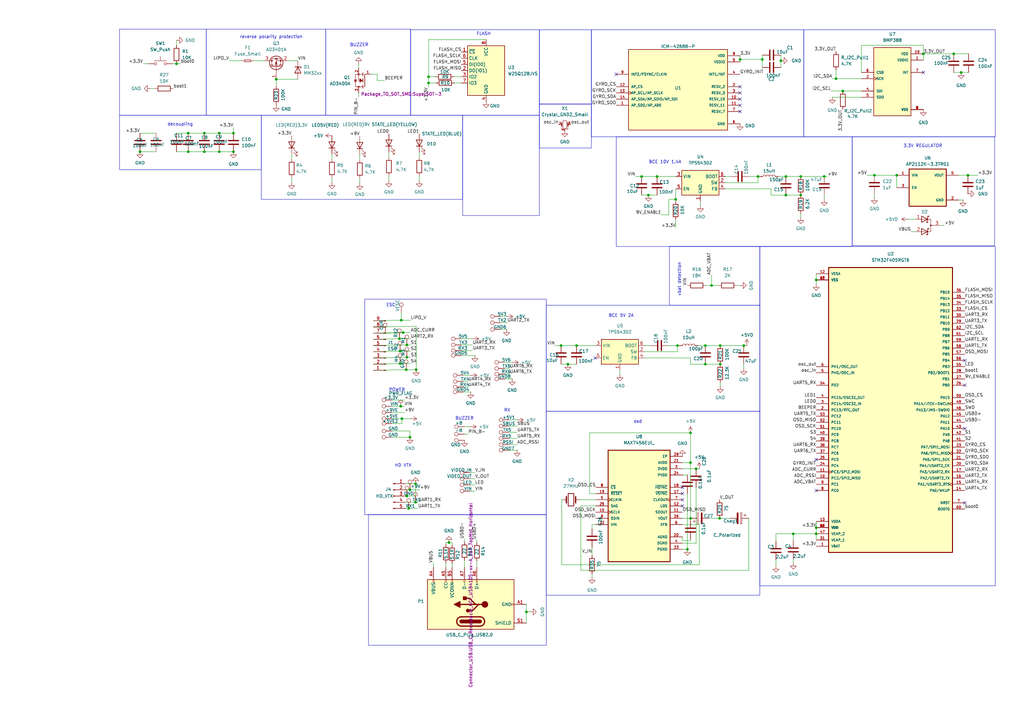
<source format=kicad_sch>
(kicad_sch (version 20250114) (generator "eeschema") (generator_version "9.0")
  (paper "A3")
  (lib_symbols
    (symbol "AO3400A:AO3400A" (pin_names (offset 1.016))
      (property "Reference" "Q" (at -8.89 2.54 0))
      (property "Value" "AO3400A" (at -8.89 -7.62 0))
      (symbol "AO3400A_0_0"
        (pin passive line (at -2.54 -2.54 0) (length 2.54) (name "~") (number "1"))
        (pin passive line (at 2.54 5.08 270) (length 2.54) (name "~") (number "3"))
        (pin passive line (at 2.54 -5.08 90) (length 2.54) (name "~") (number "2"))
      )
    )
    (symbol "AP2112K-3.3TRG1:AP2112K-3.3TRG1" (pin_names (offset 1.016))
      (property "Reference" "U" (at -7.663 8.6476 0))
      (property "Value" "AP2112K-3.3TRG1" (at -7.6489 -11.6507 0))
      (symbol "AP2112K-3.3TRG1_0_0"
        (pin power_in line (at -12.7 5.08 0) (length 5.08) (name "VIN") (number "1"))
        (pin input line (at -12.7 0 0) (length 5.08) (name "EN") (number "3"))
        (pin power_in line (at 12.7 5.08 180) (length 5.08) (name "VOUT") (number "5"))
        (pin power_in line (at 12.7 -5.08 180) (length 5.08) (name "GND") (number "2"))
      )
    )
    (symbol "BMP388:BMP388" (pin_names (offset 1.016))
      (property "Reference" "U" (at -7.6281 15.2562 0))
      (property "Value" "BMP388" (at -7.6268 -15.2536 0))
      (symbol "BMP388_0_0"
        (pin input line (at -12.7 5.08 0) (length 5.08) (name "CSB") (number "6"))
        (pin input clock (at -12.7 2.54 0) (length 5.08) (name "SCK") (number "2"))
        (pin bidirectional line (at -12.7 -2.54 0) (length 5.08) (name "SDI") (number "4"))
        (pin bidirectional line (at -12.7 -5.08 0) (length 5.08) (name "SDO") (number "5"))
        (pin power_in line (at 12.7 12.7 180) (length 5.08) (name "VDD") (number "10"))
        (pin power_in line (at 12.7 10.16 180) (length 5.08) (name "VDDIO") (number "1"))
        (pin output line (at 12.7 5.08 180) (length 5.08) (name "INT") (number "7"))
        (pin power_in line (at 12.7 -10.16 180) (length 5.08) (name "VSS") (number "3"))
        (pin power_in line (at 12.7 -10.16 180) (length 5.08) (name "VSS") (number "8"))
        (pin power_in line (at 12.7 -10.16 180) (length 5.08) (name "VSS") (number "9"))
      )
    )
    (symbol "Connector:Conn_01x05_Pin" (pin_names (offset 1.016) (hide yes))
      (property "Reference" "J" (at 0 7.62 0))
      (property "Value" "Conn_01x05_Pin" (at 0 -7.62 0))
      (symbol "Conn_01x05_Pin_1_1"
        (pin passive line (at 5.08 5.08 180) (length 3.81) (name "Pin_1") (number "1"))
        (pin passive line (at 5.08 2.54 180) (length 3.81) (name "Pin_2") (number "2"))
        (pin passive line (at 5.08 0 180) (length 3.81) (name "Pin_3") (number "3"))
        (pin passive line (at 5.08 -2.54 180) (length 3.81) (name "Pin_4") (number "4"))
        (pin passive line (at 5.08 -5.08 180) (length 3.81) (name "Pin_5") (number "5"))
      )
    )
    (symbol "Connector:Conn_01x09_Pin" (pin_names (offset 1.016) (hide yes))
      (property "Reference" "J" (at 0 12.7 0))
      (property "Value" "Conn_01x09_Pin" (at 0 -12.7 0))
      (symbol "Conn_01x09_Pin_1_1"
        (pin passive line (at 5.08 10.16 180) (length 3.81) (name "Pin_1") (number "1"))
        (pin passive line (at 5.08 7.62 180) (length 3.81) (name "Pin_2") (number "2"))
        (pin passive line (at 5.08 5.08 180) (length 3.81) (name "Pin_3") (number "3"))
        (pin passive line (at 5.08 2.54 180) (length 3.81) (name "Pin_4") (number "4"))
        (pin passive line (at 5.08 0 180) (length 3.81) (name "Pin_5") (number "5"))
        (pin passive line (at 5.08 -2.54 180) (length 3.81) (name "Pin_6") (number "6"))
        (pin passive line (at 5.08 -5.08 180) (length 3.81) (name "Pin_7") (number "7"))
        (pin passive line (at 5.08 -7.62 180) (length 3.81) (name "Pin_8") (number "8"))
        (pin passive line (at 5.08 -10.16 180) (length 3.81) (name "Pin_9") (number "9"))
      )
    )
    (symbol "Connector:TestPoint" (pin_numbers (hide yes)) (pin_names (offset 0.762) (hide yes))
      (property "Reference" "TP" (at 0 6.858 0))
      (property "Value" "TestPoint" (at 0 5.08 0))
      (symbol "TestPoint_1_1"
        (pin passive line (at 0 0 90) (length 2.54) (name "1") (number "1"))
      )
    )
    (symbol "Connector:USB_C_Plug_USB2.0" (pin_names (offset 1.016))
      (property "Reference" "P" (at -10.16 19.05 0))
      (property "Value" "USB_C_Plug_USB2.0" (at 12.7 19.05 0))
      (symbol "USB_C_Plug_USB2.0_1_1"
        (pin passive line (at -7.62 -22.86 90) (length 5.08) (name "SHIELD") (number "S1"))
        (pin passive line (at 0 -22.86 90) (length 5.08) (name "GND") (number "A1"))
        (pin passive line (at 0 -22.86 90) (length 5.08) (hide yes) (name "GND") (number "A12"))
        (pin passive line (at 0 -22.86 90) (length 5.08) (hide yes) (name "GND") (number "B1"))
        (pin passive line (at 0 -22.86 90) (length 5.08) (hide yes) (name "GND") (number "B12"))
        (pin passive line (at 15.24 15.24 180) (length 5.08) (name "VBUS") (number "A4"))
        (pin passive line (at 15.24 15.24 180) (length 5.08) (hide yes) (name "VBUS") (number "A9"))
        (pin passive line (at 15.24 15.24 180) (length 5.08) (hide yes) (name "VBUS") (number "B4"))
        (pin passive line (at 15.24 15.24 180) (length 5.08) (hide yes) (name "VBUS") (number "B9"))
        (pin bidirectional line (at 15.24 10.16 180) (length 5.08) (name "CC") (number "A5"))
        (pin bidirectional line (at 15.24 7.62 180) (length 5.08) (name "VCONN") (number "B5"))
        (pin bidirectional line (at 15.24 2.54 180) (length 5.08) (name "D-") (number "A7"))
        (pin bidirectional line (at 15.24 -2.54 180) (length 5.08) (name "D+") (number "A6"))
      )
    )
    (symbol "Device:C" (pin_numbers (hide yes)) (pin_names (offset 0.254))
      (property "Reference" "C" (at 0.635 2.54 0))
      (property "Value" "C" (at 0.635 -2.54 0))
      (symbol "C_1_1"
        (pin passive line (at 0 3.81 270) (length 2.794) (name "~") (number "1"))
        (pin passive line (at 0 -3.81 90) (length 2.794) (name "~") (number "2"))
      )
    )
    (symbol "Device:C_Polarized" (pin_numbers (hide yes)) (pin_names (offset 0.254))
      (property "Reference" "C" (at 0.635 2.54 0))
      (property "Value" "C_Polarized" (at 0.635 -2.54 0))
      (symbol "C_Polarized_1_1"
        (pin passive line (at 0 3.81 270) (length 2.794) (name "~") (number "1"))
        (pin passive line (at 0 -3.81 90) (length 2.794) (name "~") (number "2"))
      )
    )
    (symbol "Device:Crystal" (pin_numbers (hide yes)) (pin_names (offset 1.016) (hide yes))
      (property "Reference" "Y" (at 0 3.81 0))
      (property "Value" "Crystal" (at 0 -3.81 0))
      (symbol "Crystal_1_1"
        (pin passive line (at -3.81 0 0) (length 1.27) (name "1") (number "1"))
        (pin passive line (at 3.81 0 180) (length 1.27) (name "2") (number "2"))
      )
    )
    (symbol "Device:Crystal_GND2_Small" (pin_names (offset 1.016) (hide yes))
      (property "Reference" "Y" (at 0 5.08 0))
      (property "Value" "Crystal_GND2_Small" (at 0 3.175 0))
      (symbol "Crystal_GND2_Small_1_1"
        (pin passive line (at -2.54 0 0) (length 1.27) (name "1") (number "1"))
        (pin passive line (at 0 -2.54 90) (length 0.635) (name "2") (number "2"))
        (pin passive line (at 2.54 0 180) (length 1.27) (name "3") (number "3"))
      )
    )
    (symbol "Device:D_Schottky_Dual_CommonCathode_AAK_Parallel" (pin_names (offset 0.762) (hide yes))
      (property "Reference" "D" (at 0 5.08 0))
      (property "Value" "D_Schottky_Dual_CommonCathode_AAK_Parallel" (at 0 -5.08 0))
      (symbol "D_Schottky_Dual_CommonCathode_AAK_Parallel_0_1"
        (pin passive line (at -5.08 2.54 0) (length 2.54) (name "K") (number "1"))
        (pin passive line (at -5.08 -2.54 0) (length 2.54) (name "K") (number "2"))
        (pin passive line (at 5.08 0 180) (length 2.54) (name "A") (number "3"))
      )
    )
    (symbol "Device:Fuse_Small" (pin_numbers (hide yes)) (pin_names (offset 0.254) (hide yes))
      (property "Reference" "F" (at 0 -1.524 0))
      (property "Value" "Fuse_Small" (at 0 1.524 0))
      (symbol "Fuse_Small_1_1"
        (pin passive line (at -2.54 0 0) (length 1.27) (name "~") (number "1"))
        (pin passive line (at 2.54 0 180) (length 1.27) (name "~") (number "2"))
      )
    )
    (symbol "Device:L" (pin_numbers (hide yes)) (pin_names (offset 1.016) (hide yes))
      (property "Reference" "L" (at -1.27 0 90))
      (property "Value" "L" (at 1.905 0 90))
      (symbol "L_1_1"
        (pin passive line (at 0 3.81 270) (length 1.27) (name "1") (number "1"))
        (pin passive line (at 0 -3.81 90) (length 1.27) (name "2") (number "2"))
      )
    )
    (symbol "Device:LED" (pin_numbers (hide yes)) (pin_names (offset 1.016) (hide yes))
      (property "Reference" "D" (at 0 2.54 0))
      (property "Value" "LED" (at 0 -2.54 0))
      (symbol "LED_1_1"
        (pin passive line (at -3.81 0 0) (length 2.54) (name "K") (number "1"))
        (pin passive line (at 3.81 0 180) (length 2.54) (name "A") (number "2"))
      )
    )
    (symbol "Device:R" (pin_numbers (hide yes)) (pin_names (offset 0))
      (property "Reference" "R" (at 2.032 0 90))
      (property "Value" "R" (at 0 0 90))
      (symbol "R_1_1"
        (pin passive line (at 0 3.81 270) (length 1.27) (name "~") (number "1"))
        (pin passive line (at 0 -3.81 90) (length 1.27) (name "~") (number "2"))
      )
    )
    (symbol "Diode:MM3Zxx" (pin_numbers (hide yes)) (pin_names (hide yes))
      (property "Reference" "D" (at 0 2.54 0))
      (property "Value" "MM3Zxx" (at 0 -2.54 0))
      (symbol "MM3Zxx_1_1"
        (pin passive line (at -3.81 0 0) (length 2.54) (name "K") (number "1"))
        (pin passive line (at 3.81 0 180) (length 2.54) (name "A") (number "2"))
      )
    )
    (symbol "ICM-42688-P:ICM-42688-P" (pin_names (offset 1.016))
      (property "Reference" "U" (at -20.32 16.002 0))
      (property "Value" "ICM-42688-P" (at -20.32 -20.32 0))
      (symbol "ICM-42688-P_0_0"
        (pin bidirectional line (at -25.4 5.08 0) (length 5.08) (name "INT2/FSYNC/CLKIN") (number "9"))
        (pin input line (at -25.4 0 0) (length 5.08) (name "AP_CS") (number "12"))
        (pin input clock (at -25.4 -2.54 0) (length 5.08) (name "AP_SCL/AP_SCLK") (number "13"))
        (pin bidirectional line (at -25.4 -5.08 0) (length 5.08) (name "AP_SDA/AP_SDIO/AP_SDI") (number "14"))
        (pin bidirectional line (at -25.4 -7.62 0) (length 5.08) (name "AP_SDO/AP_AD0") (number "1"))
        (pin power_in line (at 25.4 12.7 180) (length 5.08) (name "VDD") (number "8"))
        (pin power_in line (at 25.4 10.16 180) (length 5.08) (name "VDDIO") (number "5"))
        (pin output line (at 25.4 5.08 180) (length 5.08) (name "INT1/INT") (number "4"))
        (pin passive line (at 25.4 0 180) (length 5.08) (name "RESV_2") (number "2"))
        (pin passive line (at 25.4 -2.54 180) (length 5.08) (name "RESV_3") (number "3"))
        (pin passive line (at 25.4 -5.08 180) (length 5.08) (name "RESV_10") (number "10"))
        (pin passive line (at 25.4 -7.62 180) (length 5.08) (name "RESV_11") (number "11"))
        (pin passive line (at 25.4 -10.16 180) (length 5.08) (name "RESV_7") (number "7"))
        (pin power_in line (at 25.4 -15.24 180) (length 5.08) (name "GND") (number "6"))
      )
    )
    (symbol "MAX7456EUI_:MAX7456EUI_" (pin_names (offset 1.016))
      (property "Reference" "U" (at -12.7 23.86 0))
      (property "Value" "MAX7456EUI_" (at -12.7 -26.86 0))
      (symbol "MAX7456EUI__0_0"
        (pin input line (at -17.78 7.62 0) (length 5.08) (name "~{CS}") (number "8"))
        (pin input line (at -17.78 5.08 0) (length 5.08) (name "~{RESET}") (number "19"))
        (pin input clock (at -17.78 2.54 0) (length 5.08) (name "CLKIN") (number "5"))
        (pin input line (at -17.78 0 0) (length 5.08) (name "SAG") (number "25"))
        (pin input clock (at -17.78 -2.54 0) (length 5.08) (name "SCLK") (number "10"))
        (pin input line (at -17.78 -5.08 0) (length 5.08) (name "SDIN") (number "9"))
        (pin input line (at -17.78 -7.62 0) (length 5.08) (name "VIN") (number "22"))
        (pin power_in line (at 17.78 20.32 180) (length 5.08) (name "EP") (number "29"))
        (pin power_in line (at 17.78 17.78 180) (length 5.08) (name "AVDD") (number "21"))
        (pin power_in line (at 17.78 15.24 180) (length 5.08) (name "DVDD") (number "3"))
        (pin power_in line (at 17.78 12.7 180) (length 5.08) (name "PVDD") (number "24"))
        (pin output line (at 17.78 7.62 180) (length 5.08) (name "~{HSYNC}") (number "18"))
        (pin output line (at 17.78 5.08 180) (length 5.08) (name "~{VSYNC}") (number "17"))
        (pin output clock (at 17.78 2.54 180) (length 5.08) (name "CLKOUT") (number "7"))
        (pin output line (at 17.78 0 180) (length 5.08) (name "LOS") (number "12"))
        (pin output line (at 17.78 -2.54 180) (length 5.08) (name "SDOUT") (number "11"))
        (pin output line (at 17.78 -5.08 180) (length 5.08) (name "VOUT") (number "26"))
        (pin output line (at 17.78 -7.62 180) (length 5.08) (name "XFB") (number "6"))
        (pin power_in line (at 17.78 -12.7 180) (length 5.08) (name "AGND") (number "20"))
        (pin power_in line (at 17.78 -15.24 180) (length 5.08) (name "DGND") (number "4"))
        (pin power_in line (at 17.78 -17.78 180) (length 5.08) (name "PGND") (number "23"))
      )
    )
    (symbol "Memory_Flash:W25Q128JVS"
      (property "Reference" "U" (at -6.35 11.43 0))
      (property "Value" "W25Q128JVS" (at 7.62 11.43 0))
      (symbol "W25Q128JVS_1_1"
        (pin input line (at -10.16 7.62 0) (length 2.54) (name "~{CS}") (number "1"))
        (pin input line (at -10.16 5.08 0) (length 2.54) (name "CLK") (number "6"))
        (pin bidirectional line (at -10.16 2.54 0) (length 2.54) (name "DI(IO0)") (number "5"))
        (pin bidirectional line (at -10.16 0 0) (length 2.54) (name "DO(IO1)") (number "2"))
        (pin bidirectional line (at -10.16 -2.54 0) (length 2.54) (name "IO2") (number "3"))
        (pin bidirectional line (at -10.16 -5.08 0) (length 2.54) (name "IO3") (number "7"))
        (pin power_in line (at 0 12.7 270) (length 2.54) (name "VCC") (number "8"))
        (pin power_in line (at 0 -12.7 90) (length 2.54) (name "GND") (number "4"))
      )
    )
    (symbol "Regulator_Switching:TPS54302"
      (property "Reference" "U" (at -7.62 6.35 0))
      (property "Value" "TPS54302" (at 0 6.35 0))
      (symbol "TPS54302_1_1"
        (pin power_in line (at -10.16 2.54 0) (length 2.54) (name "VIN") (number "3"))
        (pin input line (at -10.16 -2.54 0) (length 2.54) (name "EN") (number "5"))
        (pin power_in line (at 0 -7.62 90) (length 2.54) (name "GND") (number "1"))
        (pin passive line (at 10.16 2.54 180) (length 2.54) (name "BOOT") (number "6"))
        (pin power_out line (at 10.16 0 180) (length 2.54) (name "SW") (number "2"))
        (pin input line (at 10.16 -2.54 180) (length 2.54) (name "FB") (number "4"))
      )
    )
    (symbol "STM32F405RGT6:STM32F405RGT6" (pin_names (offset 1.016))
      (property "Reference" "U" (at -25.6442 59.5578 0))
      (property "Value" "STM32F405RGT6" (at -25.6043 -62.5602 0))
      (symbol "STM32F405RGT6_0_0"
        (pin bidirectional line (at -30.48 40.64 0) (length 5.08) (name "BOOT0") (number "60"))
        (pin bidirectional line (at -30.48 38.1 0) (length 5.08) (name "NRST") (number "7"))
        (pin bidirectional line (at -30.48 33.02 0) (length 5.08) (name "PA0/WKUP") (number "14"))
        (pin bidirectional clock (at -30.48 30.48 0) (length 5.08) (name "PA1/USART2_RTS") (number "15"))
        (pin bidirectional line (at -30.48 27.94 0) (length 5.08) (name "PA2/USART2_TX") (number "16"))
        (pin bidirectional line (at -30.48 25.4 0) (length 5.08) (name "PA3/USART2_RX") (number "17"))
        (pin bidirectional line (at -30.48 22.86 0) (length 5.08) (name "PA4/USART2_CK") (number "20"))
        (pin bidirectional line (at -30.48 20.32 0) (length 5.08) (name "PA5/SPI1_SCK") (number "21"))
        (pin bidirectional clock (at -30.48 17.78 0) (length 5.08) (name "PA6/SPI1_MISO") (number "22"))
        (pin bidirectional line (at -30.48 15.24 0) (length 5.08) (name "PA7/SPI1_MOSI") (number "23"))
        (pin bidirectional line (at -30.48 12.7 0) (length 5.08) (name "PA8") (number "41"))
        (pin bidirectional line (at -30.48 10.16 0) (length 5.08) (name "PA9") (number "42"))
        (pin bidirectional line (at -30.48 7.62 0) (length 5.08) (name "PA10") (number "43"))
        (pin bidirectional line (at -30.48 5.08 0) (length 5.08) (name "PA11") (number "44"))
        (pin bidirectional line (at -30.48 2.54 0) (length 5.08) (name "PA12") (number "45"))
        (pin bidirectional line (at -30.48 0 0) (length 5.08) (name "PA13/JMS-SWDIO") (number "46"))
        (pin bidirectional clock (at -30.48 -2.54 0) (length 5.08) (name "PA14/JTCK-SWCLK") (number "49"))
        (pin bidirectional line (at -30.48 -5.08 0) (length 5.08) (name "PA15") (number "50"))
        (pin bidirectional line (at -30.48 -10.16 0) (length 5.08) (name "PB0") (number "26"))
        (pin bidirectional line (at -30.48 -12.7 0) (length 5.08) (name "PB1") (number "27"))
        (pin bidirectional line (at -30.48 -15.24 0) (length 5.08) (name "PB2/BOOT1") (number "28"))
        (pin bidirectional line (at -30.48 -17.78 0) (length 5.08) (name "PB3") (number "55"))
        (pin bidirectional line (at -30.48 -20.32 0) (length 5.08) (name "PB4") (number "56"))
        (pin bidirectional line (at -30.48 -22.86 0) (length 5.08) (name "PB5") (number "57"))
        (pin bidirectional line (at -30.48 -25.4 0) (length 5.08) (name "PB6") (number "58"))
        (pin bidirectional line (at -30.48 -27.94 0) (length 5.08) (name "PB7") (number "59"))
        (pin bidirectional line (at -30.48 -30.48 0) (length 5.08) (name "PB8") (number "61"))
        (pin bidirectional line (at -30.48 -33.02 0) (length 5.08) (name "PB9") (number "62"))
        (pin bidirectional line (at -30.48 -35.56 0) (length 5.08) (name "PB10") (number "29"))
        (pin bidirectional line (at -30.48 -38.1 0) (length 5.08) (name "PB11") (number "30"))
        (pin bidirectional line (at -30.48 -40.64 0) (length 5.08) (name "PB12") (number "33"))
        (pin bidirectional line (at -30.48 -43.18 0) (length 5.08) (name "PB13") (number "34"))
        (pin bidirectional line (at -30.48 -45.72 0) (length 5.08) (name "PB14") (number "35"))
        (pin bidirectional line (at -30.48 -48.26 0) (length 5.08) (name "PB15") (number "36"))
        (pin power_in line (at 30.48 55.88 180) (length 5.08) (name "VBAT") (number "1"))
        (pin power_in line (at 30.48 53.34 180) (length 5.08) (name "VCAP_1") (number "31"))
        (pin power_in line (at 30.48 50.8 180) (length 5.08) (name "VCAP_2") (number "47"))
        (pin power_in line (at 30.48 48.26 180) (length 5.08) (name "VDD") (number "19"))
        (pin power_in line (at 30.48 48.26 180) (length 5.08) (name "VDD") (number "32"))
        (pin power_in line (at 30.48 48.26 180) (length 5.08) (name "VDD") (number "48"))
        (pin power_in line (at 30.48 48.26 180) (length 5.08) (name "VDD") (number "64"))
        (pin power_in line (at 30.48 45.72 180) (length 5.08) (name "VDDA") (number "13"))
        (pin bidirectional line (at 30.48 33.02 180) (length 5.08) (name "PC0") (number "8"))
        (pin bidirectional line (at 30.48 30.48 180) (length 5.08) (name "PC1") (number "9"))
        (pin bidirectional line (at 30.48 27.94 180) (length 5.08) (name "PC2/SPI2_MISO") (number "10"))
        (pin bidirectional clock (at 30.48 25.4 180) (length 5.08) (name "PC3/SPI2_MOSI") (number "11"))
        (pin bidirectional line (at 30.48 22.86 180) (length 5.08) (name "PC4") (number "24"))
        (pin bidirectional line (at 30.48 20.32 180) (length 5.08) (name "PC5") (number "25"))
        (pin bidirectional line (at 30.48 17.78 180) (length 5.08) (name "PC6") (number "37"))
        (pin bidirectional line (at 30.48 15.24 180) (length 5.08) (name "PC7") (number "38"))
        (pin bidirectional line (at 30.48 12.7 180) (length 5.08) (name "PC8") (number "39"))
        (pin bidirectional line (at 30.48 10.16 180) (length 5.08) (name "PC9") (number "40"))
        (pin bidirectional line (at 30.48 7.62 180) (length 5.08) (name "PC10") (number "51"))
        (pin bidirectional line (at 30.48 5.08 180) (length 5.08) (name "PC11") (number "52"))
        (pin bidirectional line (at 30.48 2.54 180) (length 5.08) (name "PC12") (number "53"))
        (pin bidirectional line (at 30.48 0 180) (length 5.08) (name "PC13/RTC_OUT") (number "2"))
        (pin bidirectional line (at 30.48 -2.54 180) (length 5.08) (name "PC14/OSC32_IN") (number "3"))
        (pin bidirectional line (at 30.48 -5.08 180) (length 5.08) (name "PC15/OSC32_OUT") (number "4"))
        (pin bidirectional line (at 30.48 -10.16 180) (length 5.08) (name "PD2") (number "54"))
        (pin bidirectional line (at 30.48 -15.24 180) (length 5.08) (name "PH0/OSC_IN") (number "5"))
        (pin bidirectional line (at 30.48 -17.78 180) (length 5.08) (name "PH1/OSC_OUT") (number "6"))
        (pin power_in line (at 30.48 -53.34 180) (length 5.08) (name "VSS") (number "18"))
        (pin power_in line (at 30.48 -53.34 180) (length 5.08) (name "VSS") (number "63"))
        (pin power_in line (at 30.48 -55.88 180) (length 5.08) (name "VSSA") (number "12"))
      )
    )
    (symbol "Switch:SW_Push" (pin_numbers (hide yes)) (pin_names (offset 1.016) (hide yes))
      (property "Reference" "SW" (at 1.27 2.54 0))
      (property "Value" "SW_Push" (at 0 -1.524 0))
      (symbol "SW_Push_0_1"
        (pin passive line (at -5.08 0 0) (length 2.54) (name "1") (number "1"))
        (pin passive line (at 5.08 0 180) (length 2.54) (name "2") (number "2"))
      )
    )
    (symbol "Transistor_FET:AO3401A" (pin_names (hide yes))
      (property "Reference" "Q" (at 5.08 1.905 0))
      (property "Value" "AO3401A" (at 5.08 0 0))
      (symbol "AO3401A_1_1"
        (pin input line (at -5.08 0 0) (length 2.54) (name "G") (number "1"))
        (pin passive line (at 2.54 5.08 270) (length 2.54) (name "D") (number "3"))
        (pin passive line (at 2.54 -5.08 90) (length 2.54) (name "S") (number "2"))
      )
    )
    (symbol "power:+5V" (power) (pin_numbers (hide yes)) (pin_names (offset 0) (hide yes))
      (property "Value" "+5V" (at 0 3.556 0))
      (symbol "+5V_1_1"
        (pin power_in line (at 0 0 90) (length 0) (name "~") (number "1"))
      )
    )
    (symbol "power:+5VD" (power) (pin_numbers (hide yes)) (pin_names (offset 0) (hide yes))
      (property "Value" "+5VD" (at 0 3.556 0))
      (symbol "+5VD_1_1"
        (pin power_in line (at 0 0 90) (length 0) (name "~") (number "1"))
      )
    )
    (symbol "power:GND" (power) (pin_numbers (hide yes)) (pin_names (offset 0) (hide yes))
      (property "Value" "GND" (at 0 -3.81 0))
      (symbol "GND_1_1"
        (pin power_in line (at 0 0 270) (length 0) (name "~") (number "1"))
      )
    )
    (symbol "power:PWR_FLAG" (power) (pin_numbers (hide yes)) (pin_names (offset 0) (hide yes))
      (property "Value" "PWR_FLAG" (at 0 3.81 0))
      (symbol "PWR_FLAG_0_0"
        (pin power_out line (at 0 0 90) (length 0) (name "~") (number "1"))
      )
    )
  )
  (rectangle (start 224.028 125.222) (end 311.658 168.656))
  (rectangle (start 49.022 11.938) (end 84.582 47.244))
  (rectangle (start 274.574 101.092) (end 311.658 125.222))
  (rectangle (start 221.234 42.672) (end 242.57 60.706))
  (rectangle (start 133.604 11.938) (end 168.402 47.244))
  (rectangle (start 349.504 56.134) (end 407.924 100.838))
  (rectangle (start 151.13 211.074) (end 224.028 264.668))
  (rectangle (start 252.73 56.134) (end 349.504 101.092))
  (rectangle (start 224.028 168.656) (end 311.658 244.094))
  (rectangle (start 149.606 122.682) (end 224.028 211.074))
  (rectangle (start 189.738 47.244) (end 221.234 88.392))
  (rectangle (start 107.188 47.244) (end 189.738 81.788))
  (rectangle (start 242.57 12.192) (end 329.692 56.134))
  (rectangle (start 329.692 12.192) (end 408.178 56.134))
  (rectangle (start 168.402 12.192) (end 221.234 47.244))
  (rectangle (start 84.582 11.938) (end 133.604 47.244))
  (rectangle (start 221.234 12.192) (end 242.57 42.672))
  (rectangle (start 311.658 101.092) (end 408.178 240.284))
  (rectangle (start 49.022 47.244) (end 107.188 69.596))
  (text "HD VTX\n" (at 165.354 191.008 0) (effects (font (size 1.27 1.27))))
  (text "3.3V REGULATOR" (at 378.46 59.944 0) (effects (font (size 1.27 1.27))))
  (text "RX\n\n" (at 208.026 169.418 0) (effects (font (size 1.27 1.27))))
  (text "BUZZER\n" (at 190.5 171.704 0) (effects (font (size 1.27 1.27))))
  (text "BCE 5V 2A\n" (at 254.762 129.54 0) (effects (font (size 1.27 1.27))))
  (text "reverse polarity protection\n" (at 111.252 15.24 0) (effects (font (size 1.27 1.27))))
  (text "vbat detection\n" (at 278.638 114.554 90) (effects (font (size 1.27 1.27))))
  (text "osd\n" (at 261.62 172.974 0) (effects (font (size 1.27 1.27))))
  (text "decoupling\n" (at 73.914 51.054 0) (effects (font (size 1.27 1.27))))
  (text "POWER\n" (at 162.814 160.02 0) (effects (font (size 1.27 1.27))))
  (text "BUZZER\n" (at 147.32 18.542 0) (effects (font (size 1.27 1.27))))
  (text "ESC\n" (at 160.274 125.222 0) (effects (font (size 1.27 1.27))))
  (text "BCE 10V 1.4A\n" (at 272.796 66.548 0) (effects (font (size 1.27 1.27))))
  (text "FLASH\n" (at 198.374 13.97 0) (effects (font (size 1.27 1.27))))
  (junction (at 295.402 141.732))
  (junction (at 391.16 22.098))
  (junction (at 113.284 32.512))
  (junction (at 397.002 71.882))
  (junction (at 291.846 117.094))
  (junction (at 263.144 72.39))
  (junction (at 281.94 225.298))
  (junction (at 170.434 198.374))
  (junction (at 72.39 26.162))
  (junction (at 166.878 146.558))
  (junction (at 328.422 72.39))
  (junction (at 322.326 72.39))
  (junction (at 367.792 71.882))
  (junction (at 166.878 203.454))
  (junction (at 334.772 216.408))
  (junction (at 83.82 54.61))
  (junction (at 394.208 29.718))
  (junction (at 283.21 189.738))
  (junction (at 170.434 205.994))
  (junction (at 303.53 24.384))
  (junction (at 89.916 62.23))
  (junction (at 168.148 179.324))
  (junction (at 295.402 149.352))
  (junction (at 57.404 62.23))
  (junction (at 289.306 149.352))
  (junction (at 168.148 200.914))
  (junction (at 83.82 62.23))
  (junction (at 184.15 222.504))
  (junction (at 167.64 208.534))
  (junction (at 232.918 149.352))
  (junction (at 164.084 144.018))
  (junction (at 334.772 218.948))
  (junction (at 277.876 141.732))
  (junction (at 269.494 72.39))
  (junction (at 165.354 136.398))
  (junction (at 163.83 138.938))
  (junction (at 283.21 212.598))
  (junction (at 236.474 141.732))
  (junction (at 295.148 212.598))
  (junction (at 164.084 149.098))
  (junction (at 166.878 141.478))
  (junction (at 164.592 131.318))
  (junction (at 312.674 24.384))
  (junction (at 175.768 31.496))
  (junction (at 283.21 177.546))
  (junction (at 378.714 22.098))
  (junction (at 170.688 151.638))
  (junction (at 342.9 32.258))
  (junction (at 166.624 151.638))
  (junction (at 285.496 192.278))
  (junction (at 164.338 166.624))
  (junction (at 325.374 218.948))
  (junction (at 95.758 62.23))
  (junction (at 164.846 171.704))
  (junction (at 89.916 54.61))
  (junction (at 265.938 80.01))
  (junction (at 277.114 81.788))
  (junction (at 215.9 250.952))
  (junction (at 175.768 34.036))
  (junction (at 358.648 71.882))
  (junction (at 334.772 114.808))
  (junction (at 305.054 141.732))
  (junction (at 77.216 54.61))
  (junction (at 310.896 72.39))
  (junction (at 338.074 72.39))
  (junction (at 289.306 141.732))
  (junction (at 322.326 80.01))
  (junction (at 77.216 62.23))
  (junction (at 345.694 37.338))
  (junction (at 328.422 80.01))
  (junction (at 320.294 24.892))
  (junction (at 230.124 141.732))
  (junction (at 95.758 54.61))
  (no_connect (at 303.53 38.1))
  (no_connect (at 244.094 146.812))
  (no_connect (at 279.908 202.438))
  (no_connect (at 279.908 199.898))
  (no_connect (at 334.772 188.468))
  (no_connect (at 303.53 40.64))
  (no_connect (at 252.73 30.48))
  (no_connect (at 303.53 35.56))
  (no_connect (at 395.732 147.828))
  (no_connect (at 395.732 157.988))
  (no_connect (at 279.908 207.518))
  (no_connect (at 395.732 206.248))
  (no_connect (at 378.714 29.718))
  (no_connect (at 303.53 43.18))
  (no_connect (at 395.732 175.768))
  (no_connect (at 279.908 204.978))
  (no_connect (at 303.53 45.72))
  (no_connect (at 334.772 201.168))
  (wire (pts (xy 269.494 72.39) (xy 277.114 72.39)))
  (wire (pts (xy 297.434 77.47) (xy 316.23 77.47)))
  (wire (pts (xy 341.376 39.878) (xy 353.314 39.878)))
  (wire (pts (xy 192.786 196.342) (xy 194.818 196.342)))
  (wire (pts (xy 341.376 32.258) (xy 342.9 32.258)))
  (wire (pts (xy 242.824 235.458) (xy 242.824 236.728)))
  (wire (pts (xy 271.272 88.138) (xy 274.32 88.138)))
  (wire (pts (xy 199.39 16.256) (xy 175.768 16.256)))
  (wire (pts (xy 136.144 72.898) (xy 136.144 74.93)))
  (wire (pts (xy 215.9 250.952) (xy 215.9 255.524)))
  (wire (pts (xy 175.768 16.256) (xy 175.768 31.496)))
  (wire (pts (xy 397.256 22.098) (xy 391.16 22.098)))
  (wire (pts (xy 208.788 174.752) (xy 212.09 174.752)))
  (wire (pts (xy 178.562 31.496) (xy 175.768 31.496)))
  (wire (pts (xy 178.816 34.036) (xy 175.768 34.036)))
  (wire (pts (xy 334.772 114.808) (xy 334.772 116.586)))
  (wire (pts (xy 160.782 169.164) (xy 165.862 169.164)))
  (wire (pts (xy 119.634 63.246) (xy 119.634 65.278)))
  (wire (pts (xy 153.162 144.272) (xy 164.084 144.018)))
  (wire (pts (xy 89.916 54.61) (xy 95.758 54.61)))
  (wire (pts (xy 170.688 133.858) (xy 170.688 151.638)))
  (wire (pts (xy 285.496 192.278) (xy 286.766 192.278)))
  (wire (pts (xy 154.686 30.48) (xy 154.686 33.02)))
  (wire (pts (xy 325.374 218.948) (xy 334.772 218.948)))
  (wire (pts (xy 119.634 72.898) (xy 119.634 74.93)))
  (wire (pts (xy 147.066 38.1) (xy 147.066 39.878)))
  (wire (pts (xy 189.23 143.764) (xy 193.802 143.764)))
  (wire (pts (xy 263.144 72.39) (xy 269.494 72.39)))
  (wire (pts (xy 207.01 153.416) (xy 209.042 153.416)))
  (wire (pts (xy 72.39 26.162) (xy 74.168 26.162)))
  (wire (pts (xy 136.144 63.246) (xy 136.144 65.278)))
  (wire (pts (xy 393.192 82.042) (xy 394.97 82.042)))
  (wire (pts (xy 320.294 24.892) (xy 320.294 27.686)))
  (wire (pts (xy 378.714 22.098) (xy 378.714 24.638)))
  (wire (pts (xy 238.252 233.934) (xy 307.086 233.934)))
  (wire (pts (xy 208.788 184.658) (xy 212.09 184.658)))
  (wire (pts (xy 342.9 28.702) (xy 342.9 32.258)))
  (wire (pts (xy 170.434 203.454) (xy 170.434 198.374)))
  (wire (pts (xy 227.584 141.732) (xy 230.124 141.732)))
  (wire (pts (xy 393.192 71.882) (xy 397.002 71.882)))
  (wire (pts (xy 372.364 89.916) (xy 375.412 89.916)))
  (wire (pts (xy 160.782 166.624) (xy 164.338 166.624)))
  (wire (pts (xy 166.37 203.454) (xy 166.878 203.454)))
  (wire (pts (xy 164.338 166.624) (xy 165.862 166.624)))
  (wire (pts (xy 325.374 218.948) (xy 325.374 221.742)))
  (wire (pts (xy 159.512 72.136) (xy 159.512 74.168)))
  (wire (pts (xy 397.002 71.882) (xy 401.066 71.882)))
  (wire (pts (xy 230.378 204.978) (xy 230.378 231.648)))
  (wire (pts (xy 205.232 132.334) (xy 208.026 132.334)))
  (wire (pts (xy 310.896 72.39) (xy 307.34 72.39)))
  (wire (pts (xy 192.786 193.802) (xy 194.818 193.802)))
  (wire (pts (xy 241.808 202.438) (xy 241.808 177.546)))
  (wire (pts (xy 316.23 80.01) (xy 322.326 80.01)))
  (wire (pts (xy 186.436 34.036) (xy 189.23 34.036)))
  (wire (pts (xy 279.908 221.742) (xy 283.21 221.742)))
  (wire (pts (xy 325.374 229.362) (xy 325.374 230.886)))
  (wire (pts (xy 385.572 92.456) (xy 387.35 92.456)))
  (wire (pts (xy 244.348 202.438) (xy 241.808 202.438)))
  (wire (pts (xy 277.876 144.272) (xy 277.876 141.732)))
  (wire (pts (xy 104.14 24.892) (xy 108.204 24.892)))
  (wire (pts (xy 190.5 222.25) (xy 190.5 220.98)))
  (wire (pts (xy 303.53 25.4) (xy 303.53 24.384)))
  (wire (pts (xy 215.9 247.904) (xy 215.9 250.952)))
  (wire (pts (xy 205.232 129.794) (xy 207.772 129.794)))
  (wire (pts (xy 290.83 212.598) (xy 295.148 212.598)))
  (wire (pts (xy 312.674 24.384) (xy 312.674 27.686)))
  (wire (pts (xy 263.144 80.01) (xy 265.938 80.01)))
  (wire (pts (xy 279.908 220.218) (xy 279.908 221.742)))
  (wire (pts (xy 147.574 73.152) (xy 147.574 75.184)))
  (wire (pts (xy 297.434 72.39) (xy 299.72 72.39)))
  (wire (pts (xy 312.674 22.606) (xy 312.674 24.384)))
  (wire (pts (xy 322.326 72.39) (xy 328.422 72.39)))
  (wire (pts (xy 171.958 62.484) (xy 171.958 64.516)))
  (wire (pts (xy 72.39 62.23) (xy 77.216 62.23)))
  (wire (pts (xy 279.908 189.738) (xy 283.21 189.738)))
  (wire (pts (xy 154.686 33.02) (xy 157.734 33.02)))
  (wire (pts (xy 77.216 62.23) (xy 83.82 62.23)))
  (wire (pts (xy 177.8 232.664) (xy 177.8 230.886)))
  (wire (pts (xy 291.846 117.094) (xy 294.64 117.094)))
  (wire (pts (xy 342.9 32.258) (xy 353.314 32.258)))
  (wire (pts (xy 77.216 54.61) (xy 83.82 54.61)))
  (wire (pts (xy 118.364 24.892) (xy 122.174 24.892)))
  (wire (pts (xy 192.786 198.882) (xy 194.818 198.882)))
  (wire (pts (xy 189.23 145.796) (xy 194.818 145.796)))
  (wire (pts (xy 182.88 223.266) (xy 182.88 222.504)))
  (wire (pts (xy 322.326 80.01) (xy 328.422 80.01)))
  (wire (pts (xy 168.148 200.914) (xy 166.37 200.914)))
  (wire (pts (xy 378.714 18.542) (xy 378.714 22.098)))
  (wire (pts (xy 153.162 134.112) (xy 170.688 133.858)))
  (wire (pts (xy 345.694 37.338) (xy 353.314 37.338)))
  (wire (pts (xy 289.56 117.094) (xy 291.846 117.094)))
  (wire (pts (xy 207.01 155.448) (xy 210.058 155.448)))
  (wire (pts (xy 70.866 26.162) (xy 72.39 26.162)))
  (wire (pts (xy 320.294 22.606) (xy 320.294 24.892)))
  (wire (pts (xy 166.878 203.454) (xy 170.434 203.454)))
  (wire (pts (xy 185.42 222.504) (xy 185.42 223.52)))
  (wire (pts (xy 190.5 175.006) (xy 192.786 175.006)))
  (wire (pts (xy 57.404 54.61) (xy 64.008 54.61)))
  (wire (pts (xy 189.23 141.478) (xy 193.802 141.478)))
  (wire (pts (xy 192.786 201.422) (xy 194.818 201.422)))
  (wire (pts (xy 166.624 151.638) (xy 170.688 151.638)))
  (wire (pts (xy 310.896 74.93) (xy 310.896 72.39)))
  (wire (pts (xy 83.82 54.61) (xy 89.916 54.61)))
  (wire (pts (xy 286.766 215.138) (xy 279.908 215.138)))
  (wire (pts (xy 236.474 141.732) (xy 244.094 141.732)))
  (wire (pts (xy 286.258 141.732) (xy 289.306 141.732)))
  (wire (pts (xy 279.908 192.278) (xy 285.496 192.278)))
  (wire (pts (xy 172.212 200.914) (xy 168.148 200.914)))
  (wire (pts (xy 89.916 62.23) (xy 95.758 62.23)))
  (wire (pts (xy 195.58 222.504) (xy 195.58 221.234)))
  (wire (pts (xy 171.958 72.136) (xy 171.958 74.168)))
  (wire (pts (xy 58.674 26.162) (xy 60.706 26.162)))
  (wire (pts (xy 358.648 71.882) (xy 367.792 71.882)))
  (wire (pts (xy 160.782 164.084) (xy 165.862 164.084)))
  (wire (pts (xy 208.788 182.372) (xy 212.09 182.372)))
  (wire (pts (xy 168.148 176.784) (xy 168.148 179.324)))
  (wire (pts (xy 277.114 81.788) (xy 277.114 82.55)))
  (wire (pts (xy 160.782 171.704) (xy 164.846 171.704)))
  (wire (pts (xy 353.314 18.542) (xy 378.714 18.542)))
  (wire (pts (xy 238.252 207.518) (xy 238.252 233.934)))
  (wire (pts (xy 83.82 62.23) (xy 89.916 62.23)))
  (wire (pts (xy 166.37 198.374) (xy 170.434 198.374)))
  (wire (pts (xy 153.162 136.652) (xy 165.354 136.398)))
  (wire (pts (xy 358.648 79.502) (xy 358.648 81.026)))
  (wire (pts (xy 355.6 71.882) (xy 358.648 71.882)))
  (wire (pts (xy 264.414 144.272) (xy 277.876 144.272)))
  (wire (pts (xy 153.162 131.572) (xy 164.592 131.318)))
  (wire (pts (xy 244.348 207.518) (xy 238.252 207.518)))
  (wire (pts (xy 190.5 229.87) (xy 190.5 232.664)))
  (wire (pts (xy 147.574 63.5) (xy 147.574 65.532)))
  (wire (pts (xy 93.98 24.892) (xy 99.06 24.892)))
  (wire (pts (xy 122.174 32.512) (xy 113.284 32.512)))
  (wire (pts (xy 302.26 117.094) (xy 303.53 117.094)))
  (wire (pts (xy 283.21 149.352) (xy 289.306 149.352)))
  (wire (pts (xy 164.084 144.018) (xy 168.402 144.018)))
  (wire (pts (xy 367.792 76.962) (xy 367.792 71.882)))
  (wire (pts (xy 334.772 112.268) (xy 334.772 114.808)))
  (wire (pts (xy 160.782 173.736) (xy 164.846 173.736)))
  (wire (pts (xy 394.208 29.718) (xy 397.256 29.718)))
  (wire (pts (xy 306.324 141.732) (xy 305.054 141.732)))
  (wire (pts (xy 160.782 176.784) (xy 168.148 176.784)))
  (wire (pts (xy 153.162 149.352) (xy 164.084 149.098)))
  (wire (pts (xy 184.15 222.504) (xy 185.42 222.504)))
  (wire (pts (xy 274.32 88.138) (xy 274.32 81.788)))
  (wire (pts (xy 171.45 205.994) (xy 170.434 205.994)))
  (wire (pts (xy 279.908 212.598) (xy 283.21 212.598)))
  (wire (pts (xy 186.182 31.496) (xy 189.23 31.496)))
  (wire (pts (xy 72.39 16.51) (xy 72.39 18.542)))
  (wire (pts (xy 182.88 222.504) (xy 184.15 222.504)))
  (wire (pts (xy 113.284 32.512) (xy 113.284 35.306)))
  (wire (pts (xy 318.262 218.948) (xy 325.374 218.948)))
  (wire (pts (xy 278.638 141.732) (xy 277.876 141.732)))
  (wire (pts (xy 289.306 149.352) (xy 295.402 149.352)))
  (wire (pts (xy 163.83 138.938) (xy 168.402 138.938)))
  (wire (pts (xy 153.162 139.192) (xy 163.83 138.938)))
  (wire (pts (xy 165.354 136.398) (xy 168.402 136.398)))
  (wire (pts (xy 164.846 171.704) (xy 168.402 171.704)))
  (wire (pts (xy 207.01 151.13) (xy 209.042 151.13)))
  (wire (pts (xy 264.414 146.812) (xy 283.21 146.812)))
  (wire (pts (xy 189.23 138.938) (xy 193.802 138.938)))
  (wire (pts (xy 164.084 149.098) (xy 168.402 149.098)))
  (wire (pts (xy 305.054 149.352) (xy 305.054 151.13)))
  (wire (pts (xy 230.124 149.352) (xy 232.918 149.352)))
  (wire (pts (xy 291.846 112.776) (xy 291.846 117.094)))
  (wire (pts (xy 167.64 208.534) (xy 166.37 208.534)))
  (wire (pts (xy 285.496 222.758) (xy 279.908 222.758)))
  (wire (pts (xy 303.53 24.384) (xy 312.674 24.384)))
  (wire (pts (xy 242.824 224.536) (xy 242.824 227.838)))
  (wire (pts (xy 303.53 24.384) (xy 303.53 22.86)))
  (wire (pts (xy 189.992 158.75) (xy 192.024 158.75)))
  (wire (pts (xy 113.284 42.926) (xy 113.284 43.18)))
  (wire (pts (xy 166.878 146.558) (xy 168.402 146.558)))
  (wire (pts (xy 182.88 230.886) (xy 182.88 232.664)))
  (wire (pts (xy 260.604 72.39) (xy 263.144 72.39)))
  (wire (pts (xy 189.992 156.464) (xy 192.024 156.464)))
  (wire (pts (xy 242.824 216.916) (xy 242.824 215.138)))
  (wire (pts (xy 147.066 26.162) (xy 147.066 27.94)))
  (wire (pts (xy 334.772 213.868) (xy 334.772 216.408)))
  (wire (pts (xy 318.262 221.996) (xy 318.262 218.948)))
  (wire (pts (xy 189.992 160.782) (xy 193.04 160.782)))
  (wire (pts (xy 175.768 31.496) (xy 175.768 34.036)))
  (wire (pts (xy 316.23 77.47) (xy 316.23 80.01)))
  (wire (pts (xy 159.512 62.484) (xy 159.512 64.516)))
  (wire (pts (xy 95.758 52.324) (xy 95.758 54.61)))
  (wire (pts (xy 283.21 177.546) (xy 283.21 189.738)))
  (wire (pts (xy 217.424 250.952) (xy 215.9 250.952)))
  (wire (pts (xy 277.114 90.17) (xy 277.114 93.472)))
  (wire (pts (xy 281.94 225.298) (xy 279.908 225.298)))
  (wire (pts (xy 207.01 148.59) (xy 210.058 148.59)))
  (wire (pts (xy 242.824 215.138) (xy 244.348 215.138)))
  (wire (pts (xy 230.124 141.732) (xy 236.474 141.732)))
  (wire (pts (xy 57.404 62.23) (xy 64.008 62.23)))
  (wire (pts (xy 153.162 146.812) (xy 166.878 146.558)))
  (wire (pts (xy 164.846 173.736) (xy 164.846 171.704)))
  (wire (pts (xy 334.772 218.948) (xy 334.772 216.408)))
  (wire (pts (xy 208.788 172.212) (xy 212.09 172.212)))
  (wire (pts (xy 72.39 54.61) (xy 77.216 54.61)))
  (wire (pts (xy 164.592 131.318) (xy 168.402 131.318)))
  (wire (pts (xy 391.16 22.098) (xy 378.714 22.098)))
  (wire (pts (xy 170.434 205.994) (xy 166.37 205.994)))
  (wire (pts (xy 295.402 156.972) (xy 295.402 158.496)))
  (wire (pts (xy 157.988 136.652) (xy 165.354 136.398)))
  (wire (pts (xy 241.808 177.546) (xy 283.21 177.546)))
  (wire (pts (xy 283.21 221.742) (xy 283.21 221.234)))
  (wire (pts (xy 311.658 72.39) (xy 310.896 72.39)))
  (wire (pts (xy 195.58 230.124) (xy 195.58 232.664)))
  (wire (pts (xy 63.5 36.322) (xy 61.722 36.322)))
  (wire (pts (xy 334.772 221.488) (xy 334.772 218.948)))
  (wire (pts (xy 391.16 29.718) (xy 394.208 29.718)))
  (wire (pts (xy 153.162 151.892) (xy 166.624 151.638)))
  (wire (pts (xy 274.32 81.788) (xy 277.114 81.788)))
  (wire (pts (xy 338.074 80.01) (xy 338.074 81.788)))
  (wire (pts (xy 281.94 202.438) (xy 281.94 225.298)))
  (wire (pts (xy 328.422 87.63) (xy 328.422 89.154)))
  (wire (pts (xy 152.146 30.48) (xy 154.686 30.48)))
  (wire (pts (xy 339.344 72.39) (xy 338.074 72.39)))
  (wire (pts (xy 185.42 231.14) (xy 185.42 232.664)))
  (wire (pts (xy 338.074 72.39) (xy 328.422 72.39)))
  (wire (pts (xy 340.868 37.338) (xy 345.694 37.338)))
  (wire (pts (xy 283.21 212.598) (xy 283.21 189.738)))
  (wire (pts (xy 205.232 135.128) (xy 207.772 135.128)))
  (wire (pts (xy 279.908 194.818) (xy 281.94 194.818)))
  (wire (pts (xy 175.768 34.036) (xy 175.768 35.814)))
  (wire (pts (xy 286.766 231.648) (xy 286.766 215.138)))
  (wire (pts (xy 318.262 229.616) (xy 318.262 232.156)))
  (wire (pts (xy 283.21 213.614) (xy 283.21 212.598)))
  (wire (pts (xy 208.788 179.832) (xy 212.09 179.832)))
  (wire (pts (xy 285.496 199.898) (xy 285.496 222.758)))
  (wire (pts (xy 277.114 77.47) (xy 277.114 81.788)))
  (wire (pts (xy 230.378 231.648) (xy 286.766 231.648)))
  (wire (pts (xy 353.314 29.718) (xy 353.314 18.542)))
  (wire (pts (xy 297.434 74.93) (xy 310.896 74.93)))
  (wire (pts (xy 189.992 153.924) (xy 193.04 153.924)))
  (wire (pts (xy 373.634 94.996) (xy 375.412 94.996)))
  (wire (pts (xy 254.254 151.892) (xy 254.254 153.67)))
  (wire (pts (xy 160.782 179.324) (xy 168.148 179.324)))
  (wire (pts (xy 289.306 141.732) (xy 295.402 141.732)))
  (wire (pts (xy 166.878 141.478) (xy 168.402 141.478)))
  (wire (pts (xy 283.21 146.812) (xy 283.21 149.352)))
  (wire (pts (xy 264.414 141.732) (xy 266.7 141.732)))
  (wire (pts (xy 287.274 82.55) (xy 287.274 84.328)))
  (wire (pts (xy 171.45 208.534) (xy 167.64 208.534)))
  (wire (pts (xy 319.278 72.39) (xy 322.326 72.39)))
  (wire (pts (xy 208.788 177.292) (xy 212.09 177.292)))
  (wire (pts (xy 307.086 212.598) (xy 307.086 233.934)))
  (wire (pts (xy 265.938 80.01) (xy 269.494 80.01)))
  (wire (pts (xy 164.592 128.27) (xy 164.592 131.318)))
  (wire (pts (xy 153.162 141.732) (xy 166.878 141.478)))
  (wire (pts (xy 190.5 178.054) (xy 192.024 178.054)))
  (wire (pts (xy 237.998 204.978) (xy 244.348 204.978)))
  (wire (pts (xy 305.054 141.732) (xy 295.402 141.732)))
  (wire (pts (xy 295.148 212.598) (xy 299.466 212.598)))
  (wire (pts (xy 277.876 141.732) (xy 274.32 141.732)))
  (wire (pts (xy 232.918 149.352) (xy 236.474 149.352)))
  (label "LED1" (at 171.958 54.864 180))
  (label "FLASH_MOSI" (at 189.23 26.416 180))
  (label "I2C_SDA" (at 341.376 32.258 180))
  (label "ADC_CURR" (at 168.402 136.398 0))
  (label "UART3_RX" (at 193.802 141.478 0))
  (label "UART4_TX" (at 192.024 158.75 0))
  (label "UART5_TX" (at 212.09 177.292 0))
  (label "LED1" (at 334.772 163.068 180))
  (label "GYRO_INIT" (at 334.772 191.008 180))
  (label "+9V" (at 172.212 200.914 0))
  (label "GYRO_SDA" (at 395.732 191.008 0))
  (label "V_OUT" (at 295.148 204.978 0))
  (label "+5V" (at 387.35 92.456 0))
  (label "OSD_CS" (at 395.732 163.068 0))
  (label "9V_ENABLE" (at 271.272 88.138 180))
  (label "boot1" (at 395.732 152.908 0))
  (label "9V_ENABLE" (at 395.732 155.448 0))
  (label "+9V" (at 339.344 72.39 0))
  (label "FLASH_CS" (at 189.23 21.336 180))
  (label "boot0" (at 74.168 26.162 0))
  (label "osc_in" (at 229.108 51.054 180))
  (label "UART3_RX" (at 395.732 130.048 0))
  (label "UART1_RX" (at 395.732 140.208 0))
  (label "FLASH_SCLK" (at 395.732 124.968 0))
  (label "3.3V_OUT" (at 342.9 21.082 180))
  (label "UART6_RX" (at 209.042 151.13 0))
  (label "GYRO_SCK" (at 252.73 38.1 180))
  (label "OSD_MOSI" (at 244.348 212.598 180))
  (label "FLASH_MISO" (at 395.732 122.428 0))
  (label "S1" (at 168.402 141.478 0))
  (label "UART2_RX" (at 395.732 193.548 0))
  (label "UART6_TX" (at 334.772 185.928 180))
  (label "S2" (at 168.402 144.018 0))
  (label "+3.3V" (at 334.772 224.028 180))
  (label "GYRO_CS" (at 252.73 35.56 180))
  (label "VIN" (at 227.584 141.732 180))
  (label "S1" (at 395.732 178.308 0))
  (label "osc_out" (at 234.188 51.054 0))
  (label "UART6_RX" (at 334.772 183.388 180))
  (label "VBUS" (at 373.634 94.996 180))
  (label "+3.3V" (at 57.404 54.61 180))
  (label "V_IN" (at 242.824 227.076 180))
  (label "OSD_MISO" (at 279.908 210.058 0))
  (label "+3.3V" (at 58.674 26.162 180))
  (label "VIN" (at 260.604 72.39 180))
  (label "UART4_RX" (at 395.732 198.628 0))
  (label "VIN" (at 165.862 166.624 0))
  (label "LED0" (at 334.772 165.608 180))
  (label "USBD+" (at 195.58 221.234 90))
  (label "3.3V_OUT" (at 345.694 44.958 270))
  (label "UART6_TX" (at 209.042 153.416 0))
  (label "boot1" (at 71.12 36.322 0))
  (label "LED0" (at 159.512 54.864 180))
  (label "S2" (at 395.732 180.848 0))
  (label "+9V" (at 165.862 169.164 0))
  (label "OSD_MOSI" (at 395.732 145.288 0))
  (label "VBUS" (at 177.8 230.886 90))
  (label "I2C_SCL" (at 395.732 137.668 0))
  (label "+3.3V" (at 334.772 216.408 180))
  (label "+3.3V" (at 165.862 164.084 0))
  (label "GYRO_CS" (at 395.732 183.388 0))
  (label "SWD" (at 395.732 168.148 0))
  (label "V_OUT" (at 194.818 196.342 0))
  (label "GYRO_SCK" (at 395.732 185.928 0))
  (label "OSD_SCK" (at 334.772 175.768 180))
  (label "SBUS" (at 212.09 174.752 0))
  (label "BEEPER" (at 334.772 168.148 180))
  (label "+3.3V" (at 95.758 52.324 180))
  (label "FLASH_MOSI" (at 395.732 119.888 0))
  (label "I2C_SDA" (at 395.732 135.128 0))
  (label "3.3V" (at 303.53 22.86 0))
  (label "GYRO_INIT" (at 303.53 30.48 0))
  (label "S4" (at 334.772 180.848 180))
  (label "UART4_TX" (at 395.732 201.168 0))
  (label "UART2_TX" (at 208.026 132.334 0))
  (label "USBD-" (at 190.5 220.98 90))
  (label "UART3_TX" (at 193.802 143.764 0))
  (label "GYRO_SDA" (at 252.73 40.64 180))
  (label "LIPO_V" (at 168.402 131.318 0))
  (label "+5V" (at 355.6 71.882 180))
  (label "UART2_RX" (at 168.402 138.938 0))
  (label "ADC_VBAT" (at 291.846 112.776 90))
  (label "+3.3V" (at 119.634 55.626 180))
  (label "SWC" (at 395.732 165.608 0))
  (label "PIN_B-" (at 192.024 178.054 0))
  (label "UART2_TX" (at 395.732 196.088 0))
  (label "UART1_TX" (at 395.732 142.748 0))
  (label "PIN_B-" (at 147.066 39.878 270))
  (label "FLASH_SCLK" (at 189.23 23.876 180))
  (label "osc_in" (at 334.772 152.908 180))
  (label "OSD_MISO" (at 334.772 173.228 180))
  (label "USBD+" (at 395.732 170.688 0))
  (label "LED" (at 194.818 198.882 0))
  (label "osc_out" (at 334.772 150.368 180))
  (label "UART5_TX" (at 334.772 170.688 180))
  (label "UART1_TX" (at 171.45 208.534 0))
  (label "OSD_CS" (at 244.348 199.898 180))
  (label "+3.3V" (at 277.114 93.472 180))
  (label "+3.3V" (at 401.066 71.882 0))
  (label "UART5_RX" (at 334.772 157.988 180))
  (label "USBD-" (at 395.732 173.228 0))
  (label "FLASH_CS" (at 395.732 127.508 0))
  (label "S3" (at 334.772 178.308 180))
  (label "OSD_SCK" (at 244.348 210.058 180))
  (label "I2C_SCL" (at 340.868 37.338 180))
  (label "+3.3V" (at 175.768 35.814 270))
  (label "3.3V_OUT" (at 378.714 22.098 0))
  (label "VIN" (at 194.818 201.422 0))
  (label "S4" (at 168.402 149.098 0))
  (label "VIN" (at 122.174 24.892 0))
  (label "V_IN" (at 194.818 193.802 0))
  (label "UART1_RX" (at 171.45 205.994 0))
  (label "GYRO_SDO" (at 395.732 188.468 0))
  (label "BEEPER" (at 157.734 33.02 0))
  (label "VIN" (at 281.94 117.094 90))
  (label "ADC_RSSI" (at 212.09 182.372 0))
  (label "ADC_RSSI" (at 334.772 196.088 180))
  (label "+9V" (at 147.574 55.88 180))
  (label "ADC_CURR" (at 334.772 193.548 180))
  (label "LIPO_V" (at 93.98 24.892 180))
  (label "UART4_RX" (at 192.024 156.464 0))
  (label "FLASH_MISO" (at 189.23 28.956 180))
  (label "GYRO_SDO" (at 252.73 43.18 180))
  (label "boot0" (at 395.732 208.788 0))
  (label "UART5_RX" (at 212.09 179.832 0))
  (label "ADC_VBAT" (at 334.772 198.628 180))
  (label "LED" (at 395.732 150.368 0))
  (label "UART3_TX" (at 395.732 132.588 0))
  (label "S3" (at 168.402 146.558 0))
  (symbol (lib_id "Connector:TestPoint") (at 166.624 151.638 0) (unit 1)
    (property "Reference" "TP26" (effects (hide yes)))
    (property "Value" "GND" (at 165.1 151.13 90) (effects (justify left)))
    (property "Footprint" "TestPoint:TestPoint_Pad_1.0x1.0mm" (effects (hide yes)))
    (property "Description" "test point" (effects (hide yes)))
  )
  (symbol (lib_id "Device:R") (at 342.9 24.892 0) (unit 1)
    (property "Reference" "R_I2C_Pull1" (at 344.932 23.6219 0) (effects (justify left)))
    (property "Value" "4.7K" (at 344.932 26.1619 0) (effects (justify left)))
    (property "Footprint" "Resistor_SMD:R_0402_1005Metric" (effects (hide yes)))
    (property "Description" "Resistor" (effects (hide yes)))
  )
  (symbol (lib_id "Device:LED") (at 119.634 59.436 90) (unit 1)
    (property "Reference" "D14" (effects (hide yes)))
    (property "Value" "LED(RED)3.3V" (at 113.03 51.308 90) (effects (justify right)))
    (property "Footprint" "LED_SMD:LED_0201_0603Metric" (effects (hide yes)))
    (property "Description" "Light emitting diode" (effects (hide yes)))
  )
  (symbol (lib_id "power:GND") (at 194.818 145.796 0) (unit 1)
    (property "Reference" "#PWR019" (effects (hide yes)))
    (property "Value" "GND" (at 194.818 150.368 0))
    (property "Description" "Power symbol creates a global label with name \"GND\" , ground" (effects (hide yes)))
  )
  (symbol (lib_id "BMP388:BMP388") (at 366.014 34.798 0) (unit 1)
    (property "Reference" "U7" (at 366.014 13.97 0))
    (property "Value" "BMP388" (at 366.014 16.51 0))
    (property "Footprint" "Package_LGA:ST_HLGA-10_2x2mm_P0.5mm_LayoutBorder3x2y" (effects (hide yes)))
    (property "MF" "Bosch Sensortec" (effects (hide yes)))
    (property "Description_1" "\n                        \n                            Pressure Sensor 4.35PSI ~ 18.13PSI (30kPa ~ 125kPa) Absolute - - 10-WFLGA\n                        \n" (effects (hide yes)))
    (property "Package" "WFLGA-10 Bosch Tools" (effects (hide yes)))
    (property "Price" "None" (effects (hide yes)))
    (property "Check_prices" "https://www.snapeda.com/parts/BMP388/Bosch/view-part/?ref=eda" (effects (hide yes)))
    (property "STANDARD" "IPC 7351B" (effects (hide yes)))
    (property "PARTREV" "1.1" (effects (hide yes)))
    (property "SnapEDA_Link" "https://www.snapeda.com/parts/BMP388/Bosch/view-part/?ref=snap" (effects (hide yes)))
    (property "MP" "BMP388" (effects (hide yes)))
    (property "Availability" "In Stock" (effects (hide yes)))
    (property "MANUFACTURER" "BOSCH" (effects (hide yes)))
  )
  (symbol (lib_id "Connector:TestPoint") (at 189.992 160.782 90) (unit 1)
    (property "Reference" "TP41" (effects (hide yes)))
    (property "Value" "GND4" (at 192.532 159.766 90) (effects (justify left)))
    (property "Footprint" "TestPoint:TestPoint_Pad_1.0x1.0mm" (effects (hide yes)))
    (property "Description" "test point" (effects (hide yes)))
  )
  (symbol (lib_id "Device:C") (at 283.21 217.424 180) (unit 1)
    (property "Reference" "C_IMU_100n5" (effects (hide yes)))
    (property "Value" "0.1uF" (at 288.544 213.868 90) (effects (justify left)))
    (property "Footprint" "Capacitor_SMD:C_0402_1005Metric" (effects (hide yes)))
    (property "Description" "Unpolarized capacitor" (effects (hide yes)))
  )
  (symbol (lib_id "Device:C") (at 289.306 145.542 180) (unit 1)
    (property "Reference" "C20" (at 288.29 147.066 0) (effects (justify left)))
    (property "Value" "100pF" (at 288.544 143.002 0) (effects (justify left)))
    (property "Footprint" "Capacitor_SMD:C_0603_1608Metric" (effects (hide yes)))
    (property "Description" "Unpolarized capacitor" (effects (hide yes)))
  )
  (symbol (lib_id "power:GND") (at 341.376 39.878 0) (unit 1)
    (property "Reference" "#PWR045" (effects (hide yes)))
    (property "Value" "GND" (at 341.376 45.212 0))
    (property "Description" "Power symbol creates a global label with name \"GND\" , ground" (effects (hide yes)))
  )
  (symbol (lib_id "Connector:TestPoint") (at 208.788 177.292 90) (unit 1)
    (property "Reference" "TP9" (effects (hide yes)))
    (property "Value" "TX5" (at 209.804 176.276 90) (effects (justify left)))
    (property "Footprint" "TestPoint:TestPoint_Pad_1.0x1.0mm" (effects (hide yes)))
    (property "Description" "test point" (effects (hide yes)))
  )
  (symbol (lib_id "Connector:TestPoint") (at 207.01 155.448 90) (unit 1)
    (property "Reference" "TP48" (effects (hide yes)))
    (property "Value" "GND8" (at 209.55 154.432 90) (effects (justify left)))
    (property "Footprint" "TestPoint:TestPoint_Pad_1.0x1.0mm" (effects (hide yes)))
    (property "Description" "test point" (effects (hide yes)))
  )
  (symbol (lib_id "AP2112K-3.3TRG1:AP2112K-3.3TRG1") (at 380.492 76.962 0) (unit 1)
    (property "Reference" "U6" (at 380.492 64.77 0))
    (property "Value" "AP2112K-3.3TRG1" (at 380.492 67.31 0))
    (property "Footprint" "Package_TO_SOT_SMD:SOT-23-5" (effects (hide yes)))
    (property "MF" "Diodes Inc." (effects (hide yes)))
    (property "Description_1" "\n                        \n                            Voltage Regulators, LDO, 600mA CMOS LDO 50mA 3.3V 250mV | Diodes Inc AP2112K-3.3TRG1\n                        \n" (effects (hide yes)))
    (property "Package" "SOT-753 Diodes Inc." (effects (hide yes)))
    (property "Price" "None" (effects (hide yes)))
    (property "Check_prices" "https://www.snapeda.com/parts/AP2112K-3.3TRG1/Diodes+Inc./view-part/?ref=eda" (effects (hide yes)))
    (property "PARTREV" "2-2" (effects (hide yes)))
    (property "SnapEDA_Link" "https://www.snapeda.com/parts/AP2112K-3.3TRG1/Diodes+Inc./view-part/?ref=snap" (effects (hide yes)))
    (property "MP" "AP2112K-3.3TRG1" (effects (hide yes)))
    (property "Availability" "In Stock" (effects (hide yes)))
    (property "MANUFACTURER" "Diodes Inc." (effects (hide yes)))
  )
  (symbol (lib_id "Connector:TestPoint") (at 208.788 182.372 90) (unit 1)
    (property "Reference" "TP11" (effects (hide yes)))
    (property "Value" "RSSI" (at 210.566 181.356 90) (effects (justify left)))
    (property "Footprint" "TestPoint:TestPoint_Pad_1.0x1.0mm" (effects (hide yes)))
    (property "Description" "test point" (effects (hide yes)))
  )
  (symbol (lib_id "Connector:TestPoint") (at 160.782 171.704 90) (unit 1)
    (property "Reference" "TP30" (effects (hide yes)))
    (property "Value" "+5VE" (at 163.322 170.688 90) (effects (justify left)))
    (property "Footprint" "TestPoint:TestPoint_Pad_1.0x1.0mm" (effects (hide yes)))
    (property "Description" "test point" (effects (hide yes)))
  )
  (symbol (lib_id "Device:R") (at 182.626 34.036 270) (unit 1)
    (property "Reference" "R10" (at 182.626 34.036 90))
    (property "Value" "10K" (at 182.88 36.83 90))
    (property "Footprint" "Resistor_SMD:R_0402_1005Metric" (effects (hide yes)))
    (property "Description" "Resistor" (effects (hide yes)))
  )
  (symbol (lib_id "Connector:TestPoint") (at 192.786 198.882 90) (unit 1)
    (property "Reference" "TP17" (effects (hide yes)))
    (property "Value" "LED" (at 193.548 197.866 90) (effects (justify left)))
    (property "Footprint" "TestPoint:TestPoint_Pad_1.0x1.0mm" (effects (hide yes)))
    (property "Description" "test point" (effects (hide yes)))
  )
  (symbol (lib_id "power:GND") (at 170.434 198.374 180) (unit 1)
    (property "Reference" "#PWR015" (effects (hide yes)))
    (property "Value" "GND" (at 170.434 193.802 0))
    (property "Description" "Power symbol creates a global label with name \"GND\" , ground" (effects (hide yes)))
  )
  (symbol (lib_id "Connector:TestPoint") (at 164.592 128.27 0) (unit 1)
    (property "Reference" "TP19" (effects (hide yes)))
    (property "Value" "VESC" (at 163.068 127.762 90) (effects (justify left)))
    (property "Footprint" "TestPoint:TestPoint_Pad_1.0x1.0mm" (effects (hide yes)))
    (property "Description" "test point" (effects (hide yes)))
  )
  (symbol (lib_id "Connector:TestPoint") (at 189.23 141.478 90) (unit 1)
    (property "Reference" "TP35" (effects (hide yes)))
    (property "Value" "TX3" (at 191.77 140.462 90) (effects (justify left)))
    (property "Footprint" "TestPoint:TestPoint_Pad_1.0x1.0mm" (effects (hide yes)))
    (property "Description" "test point" (effects (hide yes)))
  )
  (symbol (lib_id "Device:R") (at 295.148 208.788 0) (unit 1)
    (property "Reference" "R25" (at 295.148 208.788 90))
    (property "Value" "75" (at 297.942 208.534 90))
    (property "Footprint" "Resistor_SMD:R_0402_1005Metric" (effects (hide yes)))
    (property "Description" "Resistor" (effects (hide yes)))
  )
  (symbol (lib_id "Diode:MM3Zxx") (at 122.174 28.702 270) (unit 1)
    (property "Reference" "D1" (at 124.46 27.4319 90) (effects (justify left)))
    (property "Value" "MM3Zxx" (at 124.46 29.9719 90) (effects (justify left)))
    (property "Footprint" "Diode_SMD:D_SOD-323F" (effects (hide yes)))
    (property "Datasheet" "https://diotec.com/tl_files/diotec/files/pdf/datasheets/mm3z2v4.pdf" (effects (hide yes)))
    (property "Description" "300mW Zener Diode, SOD-323F" (effects (hide yes)))
  )
  (symbol (lib_id "Device:C") (at 269.494 76.2 0) (unit 1)
    (property "Reference" "C13" (at 270.51 74.676 0) (effects (justify left)))
    (property "Value" "100nF" (at 270.256 78.74 0) (effects (justify left)))
    (property "Footprint" "Capacitor_SMD:C_0201_0603Metric" (effects (hide yes)))
    (property "Description" "Unpolarized capacitor" (effects (hide yes)))
  )
  (symbol (lib_id "Connector:TestPoint") (at 192.786 201.422 90) (unit 1)
    (property "Reference" "TP18" (effects (hide yes)))
    (property "Value" "VIN" (at 193.548 200.406 90) (effects (justify left)))
    (property "Footprint" "TestPoint:TestPoint_Pad_1.0x1.0mm" (effects (hide yes)))
    (property "Description" "test point" (effects (hide yes)))
  )
  (symbol (lib_id "Device:C") (at 285.496 196.088 180) (unit 1)
    (property "Reference" "C28" (at 288.798 187.198 90) (effects (justify left)))
    (property "Value" "0.1uF" (at 290.83 192.532 90) (effects (justify left)))
    (property "Footprint" "Capacitor_SMD:C_0603_1608Metric" (effects (hide yes)))
    (property "Description" "Unpolarized capacitor" (effects (hide yes)))
  )
  (symbol (lib_id "Device:C") (at 95.758 58.42 0) (unit 1)
    (property "Reference" "C10" (at 99.06 57.1499 0) (effects (justify left)))
    (property "Value" "100nF" (at 99.06 59.6899 0) (effects (justify left)))
    (property "Footprint" "Capacitor_SMD:C_0402_1005Metric" (effects (hide yes)))
    (property "Description" "Unpolarized capacitor" (effects (hide yes)))
  )
  (symbol (lib_id "power:GND") (at 184.15 222.504 180) (unit 1)
    (property "Reference" "#PWR061" (effects (hide yes)))
    (property "Value" "GND" (at 184.15 217.678 0))
    (property "Description" "Power symbol creates a global label with name \"GND\" , ground" (effects (hide yes)))
  )
  (symbol (lib_id "Device:C") (at 270.51 141.732 90) (unit 1)
    (property "Reference" "C18" (at 268.986 140.716 0) (effects (justify left)))
    (property "Value" "100nF" (at 273.05 140.97 0) (effects (justify left)))
    (property "Footprint" "Capacitor_SMD:C_0603_1608Metric" (effects (hide yes)))
    (property "Description" "Unpolarized capacitor" (effects (hide yes)))
  )
  (symbol (lib_id "Device:R") (at 295.402 145.542 0) (unit 1)
    (property "Reference" "R21" (at 295.402 145.542 90))
    (property "Value" "100K" (at 298.196 145.288 90))
    (property "Footprint" "Resistor_SMD:R_0402_1005Metric" (effects (hide yes)))
    (property "Description" "Resistor" (effects (hide yes)))
  )
  (symbol (lib_id "power:+5V") (at 210.058 148.59 270) (unit 1)
    (property "Reference" "#PWR024" (effects (hide yes)))
    (property "Value" "+5V" (at 213.614 148.5899 90) (effects (justify left)))
    (property "Description" "Power symbol creates a global label with name \"+5V\"" (effects (hide yes)))
  )
  (symbol (lib_id "Connector:USB_C_Plug_USB2.0") (at 193.04 247.904 90) (unit 1)
    (property "Reference" "P1" (at 173.99 246.6339 90) (effects (justify left)))
    (property "Value" "USB_C_Plug_USB2.0" (at 202.184 260.35 90) (effects (justify left)))
    (property "Footprint" "Connector_USB:USB_C_Receptacle_GCT_USB4105-xx-A_16P_TopMnt_Horizontal" (at 193.04 244.094 0))
    (property "Datasheet" "https://www.usb.org/sites/default/files/documents/usb_type-c.zip" (effects (hide yes)))
    (property "Description" "USB 2.0-only Type-C Plug connector" (effects (hide yes)))
  )
  (symbol (lib_id "Device:C") (at 397.002 75.692 0) (unit 1)
    (property "Reference" "C23" (at 400.05 74.4219 0) (effects (justify left)))
    (property "Value" "1uF" (at 400.05 76.9619 0) (effects (justify left)))
    (property "Footprint" "Capacitor_SMD:C_0402_1005Metric" (effects (hide yes)))
    (property "Description" "Unpolarized capacitor" (effects (hide yes)))
  )
  (symbol (lib_id "Connector:Conn_01x09_Pin") (at 158.242 141.732 180) (unit 1)
    (property "Reference" "J1" (at 159.004 140.4619 0) (effects (justify right)))
    (property "Value" "ESC" (at 159.004 143.0019 0) (effects (justify right)))
    (property "Footprint" "Connector_JST:JST_GH_SM09B-GHS-TB_1x09-1MP_P1.25mm_Horizontal" (effects (hide yes)))
    (property "Description" "Generic connector, single row, 01x09, script generated" (effects (hide yes)))
  )
  (symbol (lib_id "power:GND") (at 190.5 180.594 0) (unit 1)
    (property "Reference" "#PWR014" (effects (hide yes)))
    (property "Value" "GND" (at 190.5 185.166 0))
    (property "Description" "Power symbol creates a global label with name \"GND\" , ground" (effects (hide yes)))
  )
  (symbol (lib_id "power:GND") (at 159.512 74.168 0) (unit 1)
    (property "Reference" "#PWR07" (effects (hide yes)))
    (property "Value" "GND" (at 159.512 78.74 0))
    (property "Description" "Power symbol creates a global label with name \"GND\" , ground" (effects (hide yes)))
  )
  (symbol (lib_id "Connector:TestPoint") (at 166.878 146.558 0) (unit 1)
    (property "Reference" "TP24" (effects (hide yes)))
    (property "Value" "M3" (at 165.354 146.05 90) (effects (justify left)))
    (property "Footprint" "TestPoint:TestPoint_Pad_1.0x1.0mm" (effects (hide yes)))
    (property "Description" "test point" (effects (hide yes)))
  )
  (symbol (lib_id "Device:R") (at 67.31 36.322 90) (unit 1)
    (property "Reference" "R27" (at 67.31 30.734 90))
    (property "Value" "10K" (at 67.31 33.274 90))
    (property "Footprint" "Resistor_SMD:R_0402_1005Metric" (effects (hide yes)))
    (property "Description" "Resistor" (effects (hide yes)))
  )
  (symbol (lib_id "power:GND") (at 303.53 117.094 90) (unit 1)
    (property "Reference" "#PWR026" (effects (hide yes)))
    (property "Value" "GND" (at 308.102 117.094 0))
    (property "Description" "Power symbol creates a global label with name \"GND\" , ground" (effects (hide yes)))
  )
  (symbol (lib_id "Device:R") (at 159.512 68.326 180) (unit 1)
    (property "Reference" "R7" (at 162.306 67.0559 0) (effects (justify right)))
    (property "Value" "4.7K" (at 162.306 69.5959 0) (effects (justify right)))
    (property "Footprint" "Resistor_SMD:R_0402_1005Metric" (effects (hide yes)))
    (property "Description" "Resistor" (effects (hide yes)))
  )
  (symbol (lib_id "Connector:TestPoint") (at 160.782 166.624 90) (unit 1)
    (property "Reference" "TP28" (effects (hide yes)))
    (property "Value" "VIN" (at 163.322 165.608 90) (effects (justify left)))
    (property "Footprint" "TestPoint:TestPoint_Pad_1.0x1.0mm" (effects (hide yes)))
    (property "Description" "test point" (effects (hide yes)))
  )
  (symbol (lib_id "power:GND") (at 358.648 81.026 0) (unit 1)
    (property "Reference" "#PWR031" (effects (hide yes)))
    (property "Value" "GND" (at 358.648 85.598 0))
    (property "Description" "Power symbol creates a global label with name \"GND\" , ground" (effects (hide yes)))
  )
  (symbol (lib_id "power:GND") (at 295.402 158.496 0) (unit 1)
    (property "Reference" "#PWR039" (effects (hide yes)))
    (property "Value" "GND" (at 295.402 163.068 0))
    (property "Description" "Power symbol creates a global label with name \"GND\" , ground" (effects (hide yes)))
  )
  (symbol (lib_id "power:GND") (at 334.772 116.586 0) (unit 1)
    (property "Reference" "#PWR059" (effects (hide yes)))
    (property "Value" "GND" (at 334.772 121.158 0))
    (property "Description" "Power symbol creates a global label with name \"GND\" , ground" (effects (hide yes)))
  )
  (symbol (lib_id "Connector:TestPoint") (at 208.788 174.752 90) (unit 1)
    (property "Reference" "TP8" (effects (hide yes)))
    (property "Value" "SBUS" (at 211.328 173.736 90) (effects (justify left)))
    (property "Footprint" "TestPoint:TestPoint_Pad_1.0x1.0mm" (effects (hide yes)))
    (property "Description" "test point" (effects (hide yes)))
  )
  (symbol (lib_id "Device:C") (at 236.474 145.542 0) (unit 1)
    (property "Reference" "C17" (at 237.49 144.018 0) (effects (justify left)))
    (property "Value" "100nF" (at 237.236 148.082 0) (effects (justify left)))
    (property "Footprint" "Capacitor_SMD:C_0603_1608Metric" (effects (hide yes)))
    (property "Description" "Unpolarized capacitor" (effects (hide yes)))
  )
  (symbol (lib_id "Connector:TestPoint") (at 208.788 172.212 90) (unit 1)
    (property "Reference" "TP7" (effects (hide yes)))
    (property "Value" "+5V1" (at 211.328 171.196 90) (effects (justify left)))
    (property "Footprint" "TestPoint:TestPoint_Pad_1.0x1.0mm" (effects (hide yes)))
    (property "Description" "test point" (effects (hide yes)))
  )
  (symbol (lib_id "Device:R") (at 72.39 22.352 0) (unit 1)
    (property "Reference" "R1" (at 74.676 21.0819 0) (effects (justify left)))
    (property "Value" "10K" (at 74.676 23.6219 0) (effects (justify left)))
    (property "Footprint" "Resistor_SMD:R_0402_1005Metric" (effects (hide yes)))
    (property "Description" "Resistor" (effects (hide yes)))
  )
  (symbol (lib_id "power:GND") (at 61.722 36.322 270) (unit 1)
    (property "Reference" "#PWR03" (effects (hide yes)))
    (property "Value" "GND" (at 57.912 36.3219 90) (effects (justify right)))
    (property "Description" "Power symbol creates a global label with name \"GND\" , ground" (effects (hide yes)))
  )
  (symbol (lib_id "Device:C") (at 77.216 58.42 0) (unit 1)
    (property "Reference" "C7" (at 75.946 56.642 0) (effects (justify left)))
    (property "Value" "100nF" (at 75.692 58.928 0) (effects (justify left)))
    (property "Footprint" "Capacitor_SMD:C_0402_1005Metric" (effects (hide yes)))
    (property "Description" "Unpolarized capacitor" (effects (hide yes)))
  )
  (symbol (lib_id "Regulator_Switching:TPS54302") (at 254.254 144.272 0) (unit 1)
    (property "Reference" "U5" (at 254.254 133.604 0))
    (property "Value" "TPS54302" (at 254.254 136.144 0))
    (property "Footprint" "Package_TO_SOT_SMD:SOT-23-6" (effects (hide yes)))
    (property "Datasheet" "http://www.ti.com/lit/ds/symlink/tps54302.pdf" (effects (hide yes)))
    (property "Description" "3A, 4.5 to 28V Input, EMI Friendly integrated switch synchronous step-down regulator, pulse-skipping, SOT-23-6" (effects (hide yes)))
  )
  (symbol (lib_id "Device:LED") (at 171.958 58.674 90) (unit 1)
    (property "Reference" "D10" (at 175.006 58.9914 90) (effects (justify right)))
    (property "Value" "STATE_LED(BLUE)" (at 172.974 54.864 90) (effects (justify right)))
    (property "Footprint" "LED_SMD:LED_0201_0603Metric" (effects (hide yes)))
    (property "Description" "Light emitting diode" (effects (hide yes)))
  )
  (symbol (lib_id "power:+5VD") (at 372.364 89.916 90) (unit 1)
    (property "Reference" "#PWR030" (effects (hide yes)))
    (property "Value" "+5VD" (at 368.3 89.9159 90) (effects (justify left)))
    (property "Description" "Power symbol creates a global label with name \"+5VD\"" (effects (hide yes)))
  )
  (symbol (lib_id "power:+5V") (at 212.09 172.212 270) (unit 1)
    (property "Reference" "#PWR016" (effects (hide yes)))
    (property "Value" "+5V" (at 215.646 172.2119 90) (effects (justify left)))
    (property "Description" "Power symbol creates a global label with name \"+5V\"" (effects (hide yes)))
  )
  (symbol (lib_id "Device:R") (at 328.422 83.82 0) (unit 1)
    (property "Reference" "R19" (at 328.422 83.82 90))
    (property "Value" "6.2K" (at 331.216 83.566 90))
    (property "Footprint" "Resistor_SMD:R_0402_1005Metric" (effects (hide yes)))
    (property "Description" "Resistor" (effects (hide yes)))
  )
  (symbol (lib_id "power:GND") (at 254.254 153.67 0) (unit 1)
    (property "Reference" "#PWR038" (effects (hide yes)))
    (property "Value" "GND" (at 254.254 158.242 0))
    (property "Description" "Power symbol creates a global label with name \"GND\" , ground" (effects (hide yes)))
  )
  (symbol (lib_id "power:GND") (at 232.918 149.352 0) (unit 1)
    (property "Reference" "#PWR037" (effects (hide yes)))
    (property "Value" "GND" (at 232.918 153.924 0))
    (property "Description" "Power symbol creates a global label with name \"GND\" , ground" (effects (hide yes)))
  )
  (symbol (lib_id "power:GND") (at 303.53 50.8 0) (unit 1)
    (property "Reference" "#PWR049" (effects (hide yes)))
    (property "Value" "GND" (at 307.594 51.562 0))
    (property "Description" "Power symbol creates a global label with name \"GND\" , ground" (effects (hide yes)))
  )
  (symbol (lib_id "Connector:TestPoint") (at 160.782 176.784 90) (unit 1)
    (property "Reference" "TP32" (effects (hide yes)))
    (property "Value" "GND" (at 163.322 175.768 90) (effects (justify left)))
    (property "Footprint" "TestPoint:TestPoint_Pad_1.0x1.0mm" (effects (hide yes)))
    (property "Description" "test point" (effects (hide yes)))
  )
  (symbol (lib_id "Connector:TestPoint") (at 166.878 141.478 0) (unit 1)
    (property "Reference" "TP22" (effects (hide yes)))
    (property "Value" "M1" (at 165.354 140.97 90) (effects (justify left)))
    (property "Footprint" "TestPoint:TestPoint_Pad_1.0x1.0mm" (effects (hide yes)))
    (property "Description" "test point" (effects (hide yes)))
  )
  (symbol (lib_id "Regulator_Switching:TPS54302") (at 287.274 74.93 0) (unit 1)
    (property "Reference" "U4" (at 287.274 64.262 0))
    (property "Value" "TPS54302" (at 287.274 66.802 0))
    (property "Footprint" "Package_TO_SOT_SMD:SOT-23-6" (effects (hide yes)))
    (property "Datasheet" "http://www.ti.com/lit/ds/symlink/tps54302.pdf" (effects (hide yes)))
    (property "Description" "3A, 4.5 to 28V Input, EMI Friendly integrated switch synchronous step-down regulator, pulse-skipping, SOT-23-6" (effects (hide yes)))
  )
  (symbol (lib_id "Device:R") (at 195.58 226.314 0) (unit 1)
    (property "Reference" "R14" (at 198.12 226.06 90))
    (property "Value" "22" (at 195.58 226.314 90))
    (property "Footprint" "Resistor_SMD:R_0402_1005Metric" (effects (hide yes)))
    (property "Description" "Resistor" (effects (hide yes)))
  )
  (symbol (lib_id "Device:Crystal") (at 234.188 204.978 0) (unit 1)
    (property "Reference" "X2" (at 234.188 196.85 0))
    (property "Value" "27MHz" (at 234.188 199.39 0))
    (property "Footprint" "Crystal:Crystal_SMD_SeikoEpson_FA238-4Pin_3.2x2.5mm" (effects (hide yes)))
    (property "Description" "Two pin crystal" (effects (hide yes)))
  )
  (symbol (lib_id "power:PWR_FLAG") (at 164.338 166.624 0) (unit 1)
    (property "Reference" "#FLG01" (effects (hide yes)))
    (property "Value" "PWR_FLAG" (at 164.338 161.29 0))
    (property "Description" "Special symbol for telling ERC where power comes from" (effects (hide yes)))
  )
  (symbol (lib_id "Device:R") (at 113.284 39.116 0) (unit 1)
    (property "Reference" "R23" (at 113.284 39.116 90))
    (property "Value" "100K" (at 116.078 38.862 90))
    (property "Footprint" "Resistor_SMD:R_0402_1005Metric" (effects (hide yes)))
    (property "Description" "Resistor" (effects (hide yes)))
  )
  (symbol (lib_id "power:GND") (at 287.274 84.328 0) (unit 1)
    (property "Reference" "#PWR034" (effects (hide yes)))
    (property "Value" "GND" (at 287.274 88.9 0))
    (property "Description" "Power symbol creates a global label with name \"GND\" , ground" (effects (hide yes)))
  )
  (symbol (lib_id "power:GND") (at 113.284 43.18 0) (unit 1)
    (property "Reference" "#PWR029" (effects (hide yes)))
    (property "Value" "GND" (at 117.348 44.704 0))
    (property "Description" "Power symbol creates a global label with name \"GND\" , ground" (effects (hide yes)))
  )
  (symbol (lib_id "Connector:TestPoint") (at 189.992 156.464 90) (unit 1)
    (property "Reference" "TP39" (effects (hide yes)))
    (property "Value" "TX4" (at 192.532 155.448 90) (effects (justify left)))
    (property "Footprint" "TestPoint:TestPoint_Pad_1.0x1.0mm" (effects (hide yes)))
    (property "Description" "test point" (effects (hide yes)))
  )
  (symbol (lib_id "power:+5V") (at 286.766 192.278 0) (unit 1)
    (property "Reference" "#PWR048" (effects (hide yes)))
    (property "Value" "+5V" (at 286.766 187.452 0))
    (property "Description" "Power symbol creates a global label with name \"+5V\"" (effects (hide yes)))
  )
  (symbol (lib_id "Device:L") (at 282.448 141.732 90) (unit 1)
    (property "Reference" "L2" (at 282.448 135.89 90))
    (property "Value" "10uH" (at 282.448 138.43 90))
    (property "Footprint" "Inductor_SMD:L_6.3x6.3_H3" (effects (hide yes)))
    (property "Description" "Inductor" (effects (hide yes)))
  )
  (symbol (lib_id "power:GND") (at 72.39 16.51 90) (unit 1)
    (property "Reference" "#PWR01" (effects (hide yes)))
    (property "Value" "GND" (at 75.946 16.5099 90) (effects (justify right)))
    (property "Description" "Power symbol creates a global label with name \"GND\" , ground" (effects (hide yes)))
  )
  (symbol (lib_id "Device:C") (at 316.484 27.686 90) (unit 1)
    (property "Reference" "C2" (at 317.754 32.512 90) (effects (justify left)))
    (property "Value" "100nF" (at 320.294 30.988 90) (effects (justify left)))
    (property "Footprint" "Capacitor_SMD:C_0402_1005Metric" (effects (hide yes)))
    (property "Description" "Unpolarized capacitor" (effects (hide yes)))
  )
  (symbol (lib_id "Connector:TestPoint") (at 160.782 169.164 90) (unit 1)
    (property "Reference" "TP29" (effects (hide yes)))
    (property "Value" "+9VE" (at 163.322 168.148 90) (effects (justify left)))
    (property "Footprint" "TestPoint:TestPoint_Pad_1.0x1.0mm" (effects (hide yes)))
    (property "Description" "test point" (effects (hide yes)))
  )
  (symbol (lib_id "Device:C") (at 230.124 145.542 0) (unit 1)
    (property "Reference" "C16" (at 225.298 145.542 0) (effects (justify left)))
    (property "Value" "10uF" (at 224.028 147.828 0) (effects (justify left)))
    (property "Footprint" "Capacitor_SMD:C_1206_3216Metric" (effects (hide yes)))
    (property "Description" "Unpolarized capacitor" (effects (hide yes)))
  )
  (symbol (lib_id "Device:R") (at 147.574 69.342 180) (unit 1)
    (property "Reference" "R6" (at 149.606 68.0719 0) (effects (justify right)))
    (property "Value" "4.7K" (at 149.606 70.6119 0) (effects (justify right)))
    (property "Footprint" "Resistor_SMD:R_0402_1005Metric" (effects (hide yes)))
    (property "Description" "Resistor" (effects (hide yes)))
  )
  (symbol (lib_id "Device:R") (at 295.402 153.162 0) (unit 1)
    (property "Reference" "R22" (at 295.402 153.162 90))
    (property "Value" "12.3K" (at 298.196 152.908 90))
    (property "Footprint" "Resistor_SMD:R_0402_1005Metric" (effects (hide yes)))
    (property "Description" "Resistor" (effects (hide yes)))
  )
  (symbol (lib_id "power:GND") (at 394.97 82.042 0) (unit 1)
    (property "Reference" "#PWR032" (effects (hide yes)))
    (property "Value" "GND" (at 394.97 86.614 0))
    (property "Description" "Power symbol creates a global label with name \"GND\" , ground" (effects (hide yes)))
  )
  (symbol (lib_id "Device:LED") (at 159.512 58.674 90) (unit 1)
    (property "Reference" "D11" (effects (hide yes)))
    (property "Value" "STATE_LED(YELLOW)" (at 152.4 51.054 90) (effects (justify right)))
    (property "Footprint" "LED_SMD:LED_0201_0603Metric" (effects (hide yes)))
    (property "Description" "Light emitting diode" (effects (hide yes)))
  )
  (symbol (lib_id "power:GND") (at 328.422 89.154 0) (unit 1)
    (property "Reference" "#PWR035" (effects (hide yes)))
    (property "Value" "GND" (at 328.422 93.726 0))
    (property "Description" "Power symbol creates a global label with name \"GND\" , ground" (effects (hide yes)))
  )
  (symbol (lib_id "power:GND") (at 210.058 155.448 0) (unit 1)
    (property "Reference" "#PWR025" (effects (hide yes)))
    (property "Value" "GND" (at 210.058 160.02 0))
    (property "Description" "Power symbol creates a global label with name \"GND\" , ground" (effects (hide yes)))
  )
  (symbol (lib_id "Device:LED") (at 136.144 59.436 90) (unit 1)
    (property "Reference" "D13" (effects (hide yes)))
    (property "Value" "LED5V(RED)" (at 127.762 51.308 90) (effects (justify right)))
    (property "Footprint" "LED_SMD:LED_0201_0603Metric" (effects (hide yes)))
    (property "Description" "Light emitting diode" (effects (hide yes)))
  )
  (symbol (lib_id "power:+5V") (at 207.772 129.794 270) (unit 1)
    (property "Reference" "#PWR022" (effects (hide yes)))
    (property "Value" "+5V" (at 211.328 129.7939 90) (effects (justify left)))
    (property "Description" "Power symbol creates a global label with name \"+5V\"" (effects (hide yes)))
  )
  (symbol (lib_id "Device:C") (at 358.648 75.692 0) (unit 1)
    (property "Reference" "C22" (at 361.95 74.4219 0) (effects (justify left)))
    (property "Value" "1uF" (at 361.95 76.9619 0) (effects (justify left)))
    (property "Footprint" "Capacitor_SMD:C_0402_1005Metric" (effects (hide yes)))
    (property "Description" "Unpolarized capacitor" (effects (hide yes)))
  )
  (symbol (lib_id "power:GND") (at 217.424 250.952 90) (unit 1)
    (property "Reference" "#PWR042" (effects (hide yes)))
    (property "Value" "GND" (at 222.504 250.952 0))
    (property "Description" "Power symbol creates a global label with name \"GND\" , ground" (effects (hide yes)))
  )
  (symbol (lib_id "Connector:TestPoint") (at 157.988 136.652 0) (unit 1)
    (property "Reference" "TP20" (effects (hide yes)))
    (property "Value" "CUR" (at 156.464 135.382 90) (effects (justify left)))
    (property "Footprint" "TestPoint:TestPoint_Pad_1.0x1.0mm" (effects (hide yes)))
    (property "Description" "test point" (effects (hide yes)))
  )
  (symbol (lib_id "ICM-42688-P:ICM-42688-P") (at 278.13 35.56 0) (unit 1)
    (property "Reference" "U1" (at 278.13 36.068 0))
    (property "Value" "ICM-42688-P" (at 278.13 19.05 0))
    (property "Footprint" "Package_LGA:LGA-14_3x2.5mm_P0.5mm_LayoutBorder3x4y" (effects (hide yes)))
    (property "MF" "TDK InvenSense" (effects (hide yes)))
    (property "MAXIMUM_PACKAGE_HEIGHT" "0.97mm" (effects (hide yes)))
    (property "Package" "LGA-14 TDK InvenSense" (effects (hide yes)))
    (property "Price" "None" (effects (hide yes)))
    (property "Check_prices" "https://www.snapeda.com/parts/ICM-42688-P/TDK/view-part/?ref=eda" (effects (hide yes)))
    (property "STANDARD" "IPC-7351B" (effects (hide yes)))
    (property "PARTREV" "1.2" (effects (hide yes)))
    (property "SnapEDA_Link" "https://www.snapeda.com/parts/ICM-42688-P/TDK/view-part/?ref=snap" (effects (hide yes)))
    (property "MP" "ICM-42688-P" (effects (hide yes)))
    (property "Description_1" "\n                        \n                            Accelerometer, Gyroscope, 6 Axis Sensor - Output\n                        \n" (effects (hide yes)))
    (property "Availability" "In Stock" (effects (hide yes)))
    (property "MANUFACTURER" "TDK InvenSense" (effects (hide yes)))
  )
  (symbol (lib_id "Connector:TestPoint") (at 164.084 149.098 0) (unit 1)
    (property "Reference" "TP25" (effects (hide yes)))
    (property "Value" "M4" (at 162.56 148.59 90) (effects (justify left)))
    (property "Footprint" "TestPoint:TestPoint_Pad_1.0x1.0mm" (effects (hide yes)))
    (property "Description" "test point" (effects (hide yes)))
  )
  (symbol (lib_id "Device:Fuse_Small") (at 101.6 24.892 0) (unit 1)
    (property "Reference" "F1" (at 101.6 19.558 0))
    (property "Value" "Fuse_Small" (at 101.6 22.098 0))
    (property "Footprint" "Fuse:Fuse_1206_3216Metric" (effects (hide yes)))
    (property "Description" "Fuse, small symbol" (effects (hide yes)))
  )
  (symbol (lib_id "Connector:TestPoint") (at 190.5 178.054 90) (unit 1)
    (property "Reference" "TP5" (effects (hide yes)))
    (property "Value" "-B" (at 189.738 176.53 90) (effects (justify left)))
    (property "Footprint" "TestPoint:TestPoint_Pad_1.0x1.0mm" (effects (hide yes)))
    (property "Description" "test point" (effects (hide yes)))
  )
  (symbol (lib_id "Connector:Conn_01x05_Pin") (at 161.29 203.454 0) (unit 1)
    (property "Reference" "J4" (at 159.258 200.66 0))
    (property "Value" "HD_VTX" (at 157.734 203.454 0))
    (property "Footprint" "Connector_JST:JST_GH_SM05B-GHS-TB_1x05-1MP_P1.25mm_Horizontal" (effects (hide yes)))
    (property "Description" "Generic connector, single row, 01x05, script generated" (effects (hide yes)))
  )
  (symbol (lib_id "Device:C_Polarized") (at 303.276 212.598 270) (unit 1)
    (property "Reference" "Csag1" (at 299.72 213.614 90))
    (property "Value" "C_Polarized" (effects (hide yes)))
    (property "Footprint" "Capacitor_SMD:C_0603_1608Metric" (effects (hide yes)))
    (property "Description" "Polarized capacitor" (effects (hide yes)))
  )
  (symbol (lib_id "Device:LED") (at 147.574 59.69 90) (unit 1)
    (property "Reference" "D12" (effects (hide yes)))
    (property "Value" "LED(RED)9V" (at 140.462 51.054 90) (effects (justify right)))
    (property "Footprint" "LED_SMD:LED_0201_0603Metric" (effects (hide yes)))
    (property "Description" "Light emitting diode" (effects (hide yes)))
  )
  (symbol (lib_id "power:GND") (at 119.634 74.93 0) (unit 1)
    (property "Reference" "#PWR02" (effects (hide yes)))
    (property "Value" "GND" (at 119.634 79.502 0))
    (property "Description" "Power symbol creates a global label with name \"GND\" , ground" (effects (hide yes)))
  )
  (symbol (lib_id "Device:L") (at 315.468 72.39 90) (unit 1)
    (property "Reference" "L1" (at 315.468 67.564 90))
    (property "Value" "15uH" (at 315.468 70.104 90))
    (property "Footprint" "Inductor_SMD:L_6.3x6.3_H3" (effects (hide yes)))
    (property "Description" "Inductor" (effects (hide yes)))
  )
  (symbol (lib_id "Device:C_Polarized") (at 287.02 212.598 90) (unit 1)
    (property "Reference" "C27" (at 290.576 211.582 90))
    (property "Value" "C_Polarized" (at 298.196 219.456 90))
    (property "Footprint" "Capacitor_SMD:C_0603_1608Metric" (effects (hide yes)))
    (property "Description" "Polarized capacitor" (effects (hide yes)))
  )
  (symbol (lib_id "Device:C") (at 281.94 198.628 180) (unit 1)
    (property "Reference" "C_IMU_100n4" (effects (hide yes)))
    (property "Value" "0.1uF" (at 287.274 195.072 90) (effects (justify left)))
    (property "Footprint" "Capacitor_SMD:C_0402_1005Metric" (effects (hide yes)))
    (property "Description" "Unpolarized capacitor" (effects (hide yes)))
  )
  (symbol (lib_id "power:+5V") (at 136.144 55.626 90) (unit 1)
    (property "Reference" "#PWR09" (effects (hide yes)))
    (property "Value" "+5V" (at 132.588 55.6259 90) (effects (justify left)))
    (property "Description" "Power symbol creates a global label with name \"+5V\"" (effects (hide yes)))
  )
  (symbol (lib_id "Connector:TestPoint") (at 168.148 200.914 0) (unit 1)
    (property "Reference" "TP1" (effects (hide yes)))
    (property "Value" "+9V" (at 168.402 199.39 0) (effects (justify left)))
    (property "Footprint" "TestPoint:TestPoint_Pad_1.0x1.0mm" (effects (hide yes)))
    (property "Description" "test point" (effects (hide yes)))
  )
  (symbol (lib_id "Device:C") (at 397.256 25.908 0) (unit 1)
    (property "Reference" "C24" (at 401.066 24.6379 0) (effects (justify left)))
    (property "Value" "100nF" (at 401.066 27.1779 0) (effects (justify left)))
    (property "Footprint" "Capacitor_SMD:C_0402_1005Metric" (effects (hide yes)))
    (property "Description" "Unpolarized capacitor" (effects (hide yes)))
  )
  (symbol (lib_id "power:GND") (at 281.94 225.298 0) (unit 1)
    (property "Reference" "#PWR053" (effects (hide yes)))
    (property "Value" "GND" (at 281.94 230.632 0))
    (property "Description" "Power symbol creates a global label with name \"GND\" , ground" (effects (hide yes)))
  )
  (symbol (lib_id "power:GND") (at 320.294 24.892 90) (unit 1)
    (property "Reference" "#PWR050" (effects (hide yes)))
    (property "Value" "GND" (at 324.612 24.8919 90) (effects (justify right)))
    (property "Description" "Power symbol creates a global label with name \"GND\" , ground" (effects (hide yes)))
  )
  (symbol (lib_id "Device:R") (at 119.634 69.088 180) (unit 1)
    (property "Reference" "R4" (at 121.412 67.8179 0) (effects (justify right)))
    (property "Value" "4.7K" (at 121.412 70.3579 0) (effects (justify right)))
    (property "Footprint" "Resistor_SMD:R_0402_1005Metric" (effects (hide yes)))
    (property "Description" "Resistor" (effects (hide yes)))
  )
  (symbol (lib_id "power:GND") (at 95.758 62.23 0) (unit 1)
    (property "Reference" "#PWR027" (effects (hide yes)))
    (property "Value" "GND" (at 95.758 67.31 0))
    (property "Description" "Power symbol creates a global label with name \"GND\" , ground" (effects (hide yes)))
  )
  (symbol (lib_id "Device:C") (at 64.008 58.42 0) (unit 1)
    (property "Reference" "C6" (at 62.738 57.15 0) (effects (justify left)))
    (property "Value" "100nF" (at 61.468 59.436 0) (effects (justify left)))
    (property "Footprint" "Capacitor_SMD:C_0402_1005Metric" (effects (hide yes)))
    (property "Description" "Unpolarized capacitor" (effects (hide yes)))
  )
  (symbol (lib_id "power:GND") (at 279.908 187.198 180) (unit 1)
    (property "Reference" "#PWR054" (effects (hide yes)))
    (property "Value" "GND" (at 279.908 181.864 0))
    (property "Description" "Power symbol creates a global label with name \"GND\" , ground" (effects (hide yes)))
  )
  (symbol (lib_id "power:GND") (at 199.39 41.656 0) (unit 1)
    (property "Reference" "#PWR010" (effects (hide yes)))
    (property "Value" "GND" (at 202.946 43.434 0))
    (property "Description" "Power symbol creates a global label with name \"GND\" , ground" (effects (hide yes)))
  )
  (symbol (lib_id "power:GND") (at 193.04 160.782 0) (unit 1)
    (property "Reference" "#PWR021" (effects (hide yes)))
    (property "Value" "GND" (at 193.04 165.354 0))
    (property "Description" "Power symbol creates a global label with name \"GND\" , ground" (effects (hide yes)))
  )
  (symbol (lib_id "Device:R") (at 185.42 227.33 0) (unit 1)
    (property "Reference" "R12" (at 187.706 227.584 90))
    (property "Value" "5.1K" (at 185.42 227.33 90))
    (property "Footprint" "Resistor_SMD:R_0402_1005Metric" (effects (hide yes)))
    (property "Description" "Resistor" (effects (hide yes)))
  )
  (symbol (lib_id "STM32F405RGT6:STM32F405RGT6") (at 365.252 168.148 180) (unit 1)
    (property "Reference" "U2" (at 365.252 104.14 0))
    (property "Value" "STM32F405RGT6" (at 365.252 106.68 0))
    (property "Footprint" "Package_QFP:LQFP-64-1EP_10x10mm_P0.5mm_EP6.5x6.5mm" (effects (hide yes)))
    (property "MF" "STMicroelectronics" (effects (hide yes)))
    (property "Description_1" "\n                        \n                            ARM® Cortex®-M4 STM32F4 Microcontroller IC 32-Bit Single-Core 168MHz 1MB (1M x 8) FLASH 64-LQFP (10x10)\n                        \n" (effects (hide yes)))
    (property "Package" "LQFP-64 STMicroelectronics" (effects (hide yes)))
    (property "Price" "None" (effects (hide yes)))
    (property "Check_prices" "https://www.snapeda.com/parts/STM32F405RGT6/STMicroelectronics/view-part/?ref=eda" (effects (hide yes)))
    (property "STANDARD" "IPC-7351B" (effects (hide yes)))
    (property "PARTREV" "LTR" (effects (hide yes)))
    (property "SnapEDA_Link" "https://www.snapeda.com/parts/STM32F405RGT6/STMicroelectronics/view-part/?ref=snap" (effects (hide yes)))
    (property "MP" "STM32F405RGT6" (effects (hide yes)))
    (property "Availability" "In Stock" (effects (hide yes)))
    (property "MANUFACTURER" "STMicroelectronics" (effects (hide yes)))
  )
  (symbol (lib_id "Device:C") (at 322.326 76.2 180) (unit 1)
    (property "Reference" "C15" (at 321.31 77.724 0) (effects (justify left)))
    (property "Value" "150pF" (at 321.564 73.66 0) (effects (justify left)))
    (property "Footprint" "Capacitor_SMD:C_0603_1608Metric" (effects (hide yes)))
    (property "Description" "Unpolarized capacitor" (effects (hide yes)))
  )
  (symbol (lib_id "power:GND") (at 147.066 26.162 180) (unit 1)
    (property "Reference" "#PWR043" (effects (hide yes)))
    (property "Value" "GND" (at 147.066 21.59 0))
    (property "Description" "Power symbol creates a global label with name \"GND\" , ground" (effects (hide yes)))
  )
  (symbol (lib_id "power:GND") (at 212.09 184.658 0) (unit 1)
    (property "Reference" "#PWR017" (effects (hide yes)))
    (property "Value" "GND" (at 212.09 189.23 0))
    (property "Description" "Power symbol creates a global label with name \"GND\" , ground" (effects (hide yes)))
  )
  (symbol (lib_id "Device:R") (at 136.144 69.088 180) (unit 1)
    (property "Reference" "R5" (at 138.176 67.8179 0) (effects (justify right)))
    (property "Value" "4.7K" (at 138.176 70.3579 0) (effects (justify right)))
    (property "Footprint" "Resistor_SMD:R_0402_1005Metric" (effects (hide yes)))
    (property "Description" "Resistor" (effects (hide yes)))
  )
  (symbol (lib_id "Device:C") (at 305.054 145.542 180) (unit 1)
    (property "Reference" "C21" (at 304.292 144.018 0) (effects (justify left)))
    (property "Value" "47uF" (at 310.388 148.082 0) (effects (justify left)))
    (property "Footprint" "Capacitor_SMD:C_1206_3216Metric" (effects (hide yes)))
    (property "Description" "Unpolarized capacitor" (effects (hide yes)))
  )
  (symbol (lib_id "Device:R") (at 277.114 86.36 0) (unit 1)
    (property "Reference" "R20" (at 277.114 86.36 90))
    (property "Value" "10K" (at 279.908 86.106 90))
    (property "Footprint" "Resistor_SMD:R_0402_1005Metric" (effects (hide yes)))
    (property "Description" "Resistor" (effects (hide yes)))
  )
  (symbol (lib_id "Device:R") (at 182.88 227.076 180) (unit 1)
    (property "Reference" "R11" (at 180.594 226.822 90))
    (property "Value" "5.1K" (at 182.88 227.076 90))
    (property "Footprint" "Resistor_SMD:R_0402_1005Metric" (effects (hide yes)))
    (property "Description" "Resistor" (effects (hide yes)))
  )
  (symbol (lib_id "power:+5V") (at 168.402 171.704 270) (unit 1)
    (property "Reference" "#PWR013" (effects (hide yes)))
    (property "Value" "+5V" (at 168.91 173.736 90) (effects (justify left)))
    (property "Description" "Power symbol creates a global label with name \"+5V\"" (effects (hide yes)))
  )
  (symbol (lib_id "Device:R") (at 328.422 76.2 0) (unit 1)
    (property "Reference" "R18" (at 328.422 76.2 90))
    (property "Value" "100K" (at 331.216 75.946 90))
    (property "Footprint" "Resistor_SMD:R_0402_1005Metric" (effects (hide yes)))
    (property "Description" "Resistor" (effects (hide yes)))
  )
  (symbol (lib_id "power:GND") (at 338.074 81.788 0) (unit 1)
    (property "Reference" "#PWR036" (effects (hide yes)))
    (property "Value" "GND" (at 338.074 86.36 0))
    (property "Description" "Power symbol creates a global label with name \"GND\" , ground" (effects (hide yes)))
  )
  (symbol (lib_id "Device:R") (at 242.824 231.648 0) (unit 1)
    (property "Reference" "R35" (at 242.824 231.648 90))
    (property "Value" "75" (at 245.618 231.394 90))
    (property "Footprint" "Resistor_SMD:R_0402_1005Metric" (effects (hide yes)))
    (property "Description" "Resistor" (effects (hide yes)))
  )
  (symbol (lib_id "Device:C") (at 83.82 58.42 0) (unit 1)
    (property "Reference" "C8" (at 82.55 56.388 0) (effects (justify left)))
    (property "Value" "100nF" (at 81.534 59.944 0) (effects (justify left)))
    (property "Footprint" "Capacitor_SMD:C_0402_1005Metric" (effects (hide yes)))
    (property "Description" "Unpolarized capacitor" (effects (hide yes)))
  )
  (symbol (lib_id "Device:R") (at 298.45 117.094 270) (unit 1)
    (property "Reference" "R17" (at 298.45 110.49 90))
    (property "Value" "2K" (at 298.45 113.03 90))
    (property "Footprint" "Resistor_SMD:R_0402_1005Metric" (effects (hide yes)))
    (property "Description" "Resistor" (effects (hide yes)))
  )
  (symbol (lib_id "Device:C") (at 263.144 76.2 0) (unit 1)
    (property "Reference" "C12" (at 258.318 76.2 0) (effects (justify left)))
    (property "Value" "10uF" (at 257.048 78.486 0) (effects (justify left)))
    (property "Footprint" "Capacitor_SMD:C_1206_3216Metric" (effects (hide yes)))
    (property "Description" "Unpolarized capacitor" (effects (hide yes)))
  )
  (symbol (lib_id "Device:C") (at 325.374 225.552 180) (unit 1)
    (property "Reference" "C4" (at 324.612 224.028 0) (effects (justify left)))
    (property "Value" "2.2uF" (at 330.708 228.092 0) (effects (justify left)))
    (property "Footprint" "Capacitor_SMD:C_0402_1005Metric" (effects (hide yes)))
    (property "Description" "Unpolarized capacitor" (effects (hide yes)))
  )
  (symbol (lib_id "Connector:TestPoint") (at 205.232 129.794 90) (unit 1)
    (property "Reference" "TP42" (effects (hide yes)))
    (property "Value" "5V3" (at 207.772 128.778 90) (effects (justify left)))
    (property "Footprint" "TestPoint:TestPoint_Pad_1.0x1.0mm" (effects (hide yes)))
    (property "Description" "test point" (effects (hide yes)))
  )
  (symbol (lib_id "Connector:TestPoint") (at 189.23 145.796 90) (unit 1)
    (property "Reference" "TP37" (effects (hide yes)))
    (property "Value" "GND5" (at 191.77 144.78 90) (effects (justify left)))
    (property "Footprint" "TestPoint:TestPoint_Pad_1.0x1.0mm" (effects (hide yes)))
    (property "Description" "test point" (effects (hide yes)))
  )
  (symbol (lib_id "power:+5V") (at 283.21 177.546 0) (unit 1)
    (property "Reference" "#PWR051" (effects (hide yes)))
    (property "Value" "+5V" (at 283.21 172.72 0))
    (property "Description" "Power symbol creates a global label with name \"+5V\"" (effects (hide yes)))
  )
  (symbol (lib_id "Device:R") (at 285.75 117.094 270) (unit 1)
    (property "Reference" "R16" (at 285.75 110.49 90))
    (property "Value" "18K" (at 285.75 113.03 90))
    (property "Footprint" "Resistor_SMD:R_0402_1005Metric" (effects (hide yes)))
    (property "Description" "Resistor" (effects (hide yes)))
  )
  (symbol (lib_id "power:GND") (at 305.054 151.13 0) (unit 1)
    (property "Reference" "#PWR040" (effects (hide yes)))
    (property "Value" "GND" (at 305.054 155.702 0))
    (property "Description" "Power symbol creates a global label with name \"GND\" , ground" (effects (hide yes)))
  )
  (symbol (lib_id "power:GND") (at 57.404 62.23 0) (unit 1)
    (property "Reference" "#PWR028" (effects (hide yes)))
    (property "Value" "GND" (at 57.404 66.802 0))
    (property "Description" "Power symbol creates a global label with name \"GND\" , ground" (effects (hide yes)))
  )
  (symbol (lib_id "Device:Crystal_GND2_Small") (at 231.648 51.054 0) (unit 1)
    (property "Reference" "X1" (at 231.648 44.45 0))
    (property "Value" "Crystal_GND2_Small" (at 231.648 46.99 0))
    (property "Footprint" "Crystal:Resonator_SMD_Murata_CSTxExxV-3Pin_3.0x1.1mm" (effects (hide yes)))
    (property "Description" "Three pin crystal, GND on pin 2, small symbol" (effects (hide yes)))
  )
  (symbol (lib_id "power:GND") (at 242.824 236.728 0) (unit 1)
    (property "Reference" "#PWR052" (effects (hide yes)))
    (property "Value" "GND" (at 242.824 242.062 0))
    (property "Description" "Power symbol creates a global label with name \"GND\" , ground" (effects (hide yes)))
  )
  (symbol (lib_id "AO3400A:AO3400A") (at 149.606 33.02 180) (unit 1)
    (property "Reference" "Q1" (at 143.764 31.7499 0) (effects (justify left)))
    (property "Value" "AO3400A" (at 143.764 34.2899 0) (effects (justify left)))
    (property "Footprint" "Package_TO_SOT_SMD:SuperSOT-3" (at 164.592 37.846 0) (effects (justify bottom)))
    (property "MF" "UMW" (effects (hide yes)))
    (property "DESCRIPTION" "N-Channel 30 V 5.7A (Ta) 1.4W (Ta) Surface Mount SOT-23-3" (effects (hide yes)))
    (property "PACKAGE" "SOT-23 Alpha &amp; Omega Semiconductor" (effects (hide yes)))
    (property "PRICE" "None" (effects (hide yes)))
    (property "Package" "None" (effects (hide yes)))
    (property "Check_prices" "https://www.snapeda.com/parts/AO3400A/UMW/view-part/?ref=eda" (effects (hide yes)))
    (property "Price" "None" (effects (hide yes)))
    (property "SnapEDA_Link" "https://www.snapeda.com/parts/AO3400A/UMW/view-part/?ref=snap" (effects (hide yes)))
    (property "MP" "AO3400A" (effects (hide yes)))
    (property "Availability" "In Stock" (effects (hide yes)))
    (property "AVAILABILITY" "In Stock" (effects (hide yes)))
    (property "Description_1" "\n                        \n                            N-Channel 30 V 5.8A (Ta) 1.4W (Ta) Surface Mount SOT-23\n                        \n" (effects (hide yes)))
  )
  (symbol (lib_id "Connector:TestPoint") (at 189.992 153.924 90) (unit 1)
    (property "Reference" "TP38" (effects (hide yes)))
    (property "Value" "5V4" (at 192.532 152.908 90) (effects (justify left)))
    (property "Footprint" "TestPoint:TestPoint_Pad_1.0x1.0mm" (effects (hide yes)))
    (property "Description" "test point" (effects (hide yes)))
  )
  (symbol (lib_id "Connector:TestPoint") (at 208.788 179.832 90) (unit 1)
    (property "Reference" "TP10" (effects (hide yes)))
    (property "Value" "RX5" (at 209.804 178.816 90) (effects (justify left)))
    (property "Footprint" "TestPoint:TestPoint_Pad_1.0x1.0mm" (effects (hide yes)))
    (property "Description" "test point" (effects (hide yes)))
  )
  (symbol (lib_id "Device:C") (at 72.39 58.42 0) (unit 1)
    (property "Reference" "C11" (at 71.374 55.626 0) (effects (justify left)))
    (property "Value" "100nF" (at 69.596 58.166 0) (effects (justify left)))
    (property "Footprint" "Capacitor_SMD:C_0402_1005Metric" (effects (hide yes)))
    (property "Description" "Unpolarized capacitor" (effects (hide yes)))
  )
  (symbol (lib_id "Transistor_FET:AO3401A") (at 113.284 27.432 90) (unit 1)
    (property "Reference" "Q3" (at 113.284 17.78 90))
    (property "Value" "AO3401A" (at 113.284 20.32 90))
    (property "Footprint" "Package_TO_SOT_SMD:SOT-23" (effects (hide yes)))
    (property "Datasheet" "http://www.aosmd.com/pdfs/datasheet/AO3401A.pdf" (effects (hide yes)))
    (property "Description" "-4.0A Id, -30V Vds, P-Channel MOSFET, SOT-23" (effects (hide yes)))
  )
  (symbol (lib_id "Device:C") (at 242.824 220.726 180) (unit 1)
    (property "Reference" "C26" (at 246.126 211.836 90) (effects (justify left)))
    (property "Value" "100nF" (at 246.38 217.17 90) (effects (justify left)))
    (property "Footprint" "Capacitor_SMD:C_0402_1005Metric" (effects (hide yes)))
    (property "Description" "Unpolarized capacitor" (effects (hide yes)))
  )
  (symbol (lib_id "Connector:TestPoint") (at 190.5 180.594 90) (unit 1)
    (property "Reference" "TP6" (effects (hide yes)))
    (property "Value" "GND" (at 188.976 182.372 90) (effects (justify left)))
    (property "Footprint" "TestPoint:TestPoint_Pad_1.0x1.0mm" (effects (hide yes)))
    (property "Description" "test point" (effects (hide yes)))
  )
  (symbol (lib_id "power:GND") (at 171.958 74.168 0) (unit 1)
    (property "Reference" "#PWR08" (effects (hide yes)))
    (property "Value" "GND" (at 171.958 78.74 0))
    (property "Description" "Power symbol creates a global label with name \"GND\" , ground" (effects (hide yes)))
  )
  (symbol (lib_id "Device:C") (at 318.262 225.806 180) (unit 1)
    (property "Reference" "C3" (at 317.5 224.282 0) (effects (justify left)))
    (property "Value" "2.2uF" (at 323.596 228.346 0) (effects (justify left)))
    (property "Footprint" "Capacitor_SMD:C_0402_1005Metric" (effects (hide yes)))
    (property "Description" "Unpolarized capacitor" (effects (hide yes)))
  )
  (symbol (lib_id "Device:C") (at 57.404 58.42 0) (unit 1)
    (property "Reference" "C5" (at 55.88 57.404 0) (effects (justify left)))
    (property "Value" "100nF" (at 54.356 59.69 0) (effects (justify left)))
    (property "Footprint" "Capacitor_SMD:C_0402_1005Metric" (effects (hide yes)))
    (property "Description" "Unpolarized capacitor" (effects (hide yes)))
  )
  (symbol (lib_id "Connector:TestPoint") (at 207.01 148.59 90) (unit 1)
    (property "Reference" "TP45" (effects (hide yes)))
    (property "Value" "5V6" (at 209.55 147.574 90) (effects (justify left)))
    (property "Footprint" "TestPoint:TestPoint_Pad_1.0x1.0mm" (effects (hide yes)))
    (property "Description" "test point" (effects (hide yes)))
  )
  (symbol (lib_id "power:GND") (at 170.688 151.638 0) (unit 1)
    (property "Reference" "#PWR011" (effects (hide yes)))
    (property "Value" "GND" (at 170.688 156.21 0))
    (property "Description" "Power symbol creates a global label with name \"GND\" , ground" (effects (hide yes)))
  )
  (symbol (lib_id "Connector:TestPoint") (at 160.782 173.736 90) (unit 1)
    (property "Reference" "TP31" (effects (hide yes)))
    (property "Value" "+5VE2" (at 163.322 172.72 90) (effects (justify left)))
    (property "Footprint" "TestPoint:TestPoint_Pad_1.0x1.0mm" (effects (hide yes)))
    (property "Description" "test point" (effects (hide yes)))
  )
  (symbol (lib_id "Connector:TestPoint") (at 160.782 179.324 90) (unit 1)
    (property "Reference" "TP33" (effects (hide yes)))
    (property "Value" "GND" (at 163.322 178.308 90) (effects (justify left)))
    (property "Footprint" "TestPoint:TestPoint_Pad_1.0x1.0mm" (effects (hide yes)))
    (property "Description" "test point" (effects (hide yes)))
  )
  (symbol (lib_id "power:GND") (at 397.002 79.502 90) (unit 1)
    (property "Reference" "#PWR060" (effects (hide yes)))
    (property "Value" "GND" (at 401.066 79.5019 90) (effects (justify right)))
    (property "Description" "Power symbol creates a global label with name \"GND\" , ground" (effects (hide yes)))
  )
  (symbol (lib_id "Connector:TestPoint") (at 164.084 144.018 0) (unit 1)
    (property "Reference" "TP23" (effects (hide yes)))
    (property "Value" "M2" (at 162.56 143.51 90) (effects (justify left)))
    (property "Footprint" "TestPoint:TestPoint_Pad_1.0x1.0mm" (effects (hide yes)))
    (property "Description" "test point" (effects (hide yes)))
  )
  (symbol (lib_id "power:GND") (at 147.574 75.184 0) (unit 1)
    (property "Reference" "#PWR06" (effects (hide yes)))
    (property "Value" "GND" (at 147.574 79.756 0))
    (property "Description" "Power symbol creates a global label with name \"GND\" , ground" (effects (hide yes)))
  )
  (symbol (lib_id "Device:C") (at 303.53 72.39 90) (unit 1)
    (property "Reference" "C14" (at 302.006 71.374 0) (effects (justify left)))
    (property "Value" "100nF" (at 306.07 71.628 0) (effects (justify left)))
    (property "Footprint" "Capacitor_SMD:C_0201_0603Metric" (effects (hide yes)))
    (property "Description" "Unpolarized capacitor" (effects (hide yes)))
  )
  (symbol (lib_id "Connector:TestPoint") (at 205.232 135.128 90) (unit 1)
    (property "Reference" "TP44" (effects (hide yes)))
    (property "Value" "GND6" (at 207.772 134.112 90) (effects (justify left)))
    (property "Footprint" "TestPoint:TestPoint_Pad_1.0x1.0mm" (effects (hide yes)))
    (property "Description" "test point" (effects (hide yes)))
  )
  (symbol (lib_id "power:GND") (at 325.374 230.886 0) (unit 1)
    (property "Reference" "#PWR057" (effects (hide yes)))
    (property "Value" "GND" (at 325.374 235.458 0))
    (property "Description" "Power symbol creates a global label with name \"GND\" , ground" (effects (hide yes)))
  )
  (symbol (lib_id "Connector:TestPoint") (at 207.01 151.13 90) (unit 1)
    (property "Reference" "TP46" (effects (hide yes)))
    (property "Value" "TX6" (at 209.55 150.114 90) (effects (justify left)))
    (property "Footprint" "TestPoint:TestPoint_Pad_1.0x1.0mm" (effects (hide yes)))
    (property "Description" "test point" (effects (hide yes)))
  )
  (symbol (lib_id "Connector:TestPoint") (at 205.232 132.334 90) (unit 1)
    (property "Reference" "TP43" (effects (hide yes)))
    (property "Value" "TX2" (at 207.772 131.318 90) (effects (justify left)))
    (property "Footprint" "TestPoint:TestPoint_Pad_1.0x1.0mm" (effects (hide yes)))
    (property "Description" "test point" (effects (hide yes)))
  )
  (symbol (lib_id "Device:R") (at 171.958 68.326 180) (unit 1)
    (property "Reference" "R8" (at 173.736 67.0559 0) (effects (justify right)))
    (property "Value" "4.7K" (at 173.736 69.5959 0) (effects (justify right)))
    (property "Footprint" "Resistor_SMD:R_0402_1005Metric" (effects (hide yes)))
    (property "Description" "Resistor" (effects (hide yes)))
  )
  (symbol (lib_id "MAX7456EUI_:MAX7456EUI_") (at 262.128 207.518 0) (unit 1)
    (property "Reference" "U8" (at 262.128 179.07 0))
    (property "Value" "MAX7456EUI_" (at 262.128 181.61 0))
    (property "Footprint" "Package_SO:TSSOP-28_4.4x9.7mm_P0.65mm" (effects (hide yes)))
    (property "MF" "Analog Devices" (effects (hide yes)))
    (property "Description_1" "\n                        \n                            Video - IC Serial, SPI NTSC, PAL 28-TSSOP-EP Package\n                        \n" (effects (hide yes)))
    (property "Package" "TSSOP-28 Maxim" (effects (hide yes)))
    (property "Price" "None" (effects (hide yes)))
    (property "SnapEDA_Link" "https://www.snapeda.com/parts/MAX7456EUI+/Analog+Devices/view-part/?ref=snap" (effects (hide yes)))
    (property "MP" "MAX7456EUI+" (effects (hide yes)))
    (property "Availability" "In Stock" (effects (hide yes)))
    (property "Check_prices" "https://www.snapeda.com/parts/MAX7456EUI+/Analog+Devices/view-part/?ref=eda" (effects (hide yes)))
  )
  (symbol (lib_id "Device:C") (at 89.916 58.42 0) (unit 1)
    (property "Reference" "C9" (at 88.392 56.134 0) (effects (justify left)))
    (property "Value" "100nF" (at 87.376 58.166 0) (effects (justify left)))
    (property "Footprint" "Capacitor_SMD:C_0402_1005Metric" (effects (hide yes)))
    (property "Description" "Unpolarized capacitor" (effects (hide yes)))
  )
  (symbol (lib_id "power:GND") (at 168.148 179.324 0) (unit 1)
    (property "Reference" "#PWR012" (effects (hide yes)))
    (property "Value" "GND" (at 168.148 183.896 0))
    (property "Description" "Power symbol creates a global label with name \"GND\" , ground" (effects (hide yes)))
  )
  (symbol (lib_id "power:GND") (at 231.648 53.594 0) (unit 1)
    (property "Reference" "#PWR04" (effects (hide yes)))
    (property "Value" "GND" (at 231.648 58.166 0))
    (property "Description" "Power symbol creates a global label with name \"GND\" , ground" (effects (hide yes)))
  )
  (symbol (lib_id "Connector:TestPoint") (at 189.23 138.938 90) (unit 1)
    (property "Reference" "TP34" (effects (hide yes)))
    (property "Value" "5V5" (at 191.77 137.922 90) (effects (justify left)))
    (property "Footprint" "TestPoint:TestPoint_Pad_1.0x1.0mm" (effects (hide yes)))
    (property "Description" "test point" (effects (hide yes)))
  )
  (symbol (lib_id "power:+5V") (at 193.802 138.938 270) (unit 1)
    (property "Reference" "#PWR018" (effects (hide yes)))
    (property "Value" "+5V" (at 197.358 138.9379 90) (effects (justify left)))
    (property "Description" "Power symbol creates a global label with name \"+5V\"" (effects (hide yes)))
  )
  (symbol (lib_id "Device:C") (at 391.16 25.908 0) (unit 1)
    (property "Reference" "C25" (at 386.08 23.622 0) (effects (justify left)))
    (property "Value" "100nF" (at 383.032 25.908 0) (effects (justify left)))
    (property "Footprint" "Capacitor_SMD:C_0402_1005Metric" (effects (hide yes)))
    (property "Description" "Unpolarized capacitor" (effects (hide yes)))
  )
  (symbol (lib_id "Connector:TestPoint") (at 160.782 164.084 90) (unit 1)
    (property "Reference" "TP27" (effects (hide yes)))
    (property "Value" "+3.3V" (at 163.322 163.068 90) (effects (justify left)))
    (property "Footprint" "TestPoint:TestPoint_Pad_1.0x1.0mm" (effects (hide yes)))
    (property "Description" "test point" (effects (hide yes)))
  )
  (symbol (lib_id "Device:D_Schottky_Dual_CommonCathode_AAK_Parallel") (at 380.492 92.456 0) (unit 1)
    (property "Reference" "D2" (at 379.222 86.868 0))
    (property "Value" "D_Schottky_Dual_CommonCathode_AAK_Parallel" (effects (hide yes)))
    (property "Footprint" "Diode_SMD:D_0201_0603Metric" (effects (hide yes)))
    (property "Description" "Dual Schottky diode, common anode on pin 1" (effects (hide yes)))
  )
  (symbol (lib_id "Connector:TestPoint") (at 192.786 196.342 90) (unit 1)
    (property "Reference" "TP16" (effects (hide yes)))
    (property "Value" "VIDEO_OUT" (at 193.548 195.326 90) (effects (justify left)))
    (property "Footprint" "TestPoint:TestPoint_Pad_1.0x1.0mm" (effects (hide yes)))
    (property "Description" "test point" (effects (hide yes)))
  )
  (symbol (lib_id "Connector:TestPoint") (at 170.434 205.994 0) (unit 1)
    (property "Reference" "TP2" (effects (hide yes)))
    (property "Value" "TX1" (at 169.164 204.978 0) (effects (justify left)))
    (property "Footprint" "TestPoint:TestPoint_Pad_1.0x1.0mm" (effects (hide yes)))
    (property "Description" "test point" (effects (hide yes)))
  )
  (symbol (lib_id "Connector:TestPoint") (at 167.64 208.534 0) (unit 1)
    (property "Reference" "TP3" (effects (hide yes)))
    (property "Value" "RX1" (at 166.37 207.518 0) (effects (justify left)))
    (property "Footprint" "TestPoint:TestPoint_Pad_1.0x1.0mm" (effects (hide yes)))
    (property "Description" "test point" (effects (hide yes)))
  )
  (symbol (lib_id "power:+5VD") (at 306.324 141.732 0) (unit 1)
    (property "Reference" "#PWR041" (effects (hide yes)))
    (property "Value" "+5VD" (at 306.324 137.414 0))
    (property "Description" "Power symbol creates a global label with name \"+5VD\"" (effects (hide yes)))
  )
  (symbol (lib_id "Device:R") (at 182.372 31.496 270) (unit 1)
    (property "Reference" "R9" (at 182.626 31.496 90))
    (property "Value" "10K" (at 182.372 29.464 90))
    (property "Footprint" "Resistor_SMD:R_0402_1005Metric" (effects (hide yes)))
    (property "Description" "Resistor" (effects (hide yes)))
  )
  (symbol (lib_id "Device:C") (at 338.074 76.2 180) (unit 1)
    (property "Reference" "C19" (at 337.058 77.724 0) (effects (justify left)))
    (property "Value" "47uF" (at 337.312 73.66 0) (effects (justify left)))
    (property "Footprint" "Capacitor_SMD:C_1206_3216Metric" (effects (hide yes)))
    (property "Description" "Unpolarized capacitor" (effects (hide yes)))
  )
  (symbol (lib_id "power:GND") (at 394.208 29.718 0) (unit 1)
    (property "Reference" "#PWR047" (effects (hide yes)))
    (property "Value" "GND" (at 394.208 35.052 0))
    (property "Description" "Power symbol creates a global label with name \"GND\" , ground" (effects (hide yes)))
  )
  (symbol (lib_id "Device:R") (at 190.5 226.06 0) (unit 1)
    (property "Reference" "R15" (at 192.786 226.314 90))
    (property "Value" "22" (at 190.5 226.06 90))
    (property "Footprint" "Resistor_SMD:R_0402_1005Metric" (effects (hide yes)))
    (property "Description" "Resistor" (effects (hide yes)))
  )
  (symbol (lib_id "power:GND") (at 207.772 135.128 0) (unit 1)
    (property "Reference" "#PWR023" (effects (hide yes)))
    (property "Value" "GND" (at 207.772 139.7 0))
    (property "Description" "Power symbol creates a global label with name \"GND\" , ground" (effects (hide yes)))
  )
  (symbol (lib_id "Connector:TestPoint") (at 166.878 203.454 0) (unit 1)
    (property "Reference" "TP4" (effects (hide yes)))
    (property "Value" "GND" (at 165.608 202.438 0) (effects (justify left)))
    (property "Footprint" "TestPoint:TestPoint_Pad_1.0x1.0mm" (effects (hide yes)))
    (property "Description" "test point" (effects (hide yes)))
  )
  (symbol (lib_id "Connector:TestPoint") (at 192.786 193.802 90) (unit 1)
    (property "Reference" "TP15" (effects (hide yes)))
    (property "Value" "VIDEO_IN" (at 193.548 192.786 90) (effects (justify left)))
    (property "Footprint" "TestPoint:TestPoint_Pad_1.0x1.0mm" (effects (hide yes)))
    (property "Description" "test point" (effects (hide yes)))
  )
  (symbol (lib_id "Connector:TestPoint") (at 189.992 158.75 90) (unit 1)
    (property "Reference" "TP40" (effects (hide yes)))
    (property "Value" "RX4" (at 192.532 157.734 90) (effects (justify left)))
    (property "Footprint" "TestPoint:TestPoint_Pad_1.0x1.0mm" (effects (hide yes)))
    (property "Description" "test point" (effects (hide yes)))
  )
  (symbol (lib_id "Switch:SW_Push") (at 65.786 26.162 0) (unit 1)
    (property "Reference" "SW1" (at 65.786 17.78 0))
    (property "Value" "SW_Push" (at 65.786 20.32 0))
    (property "Footprint" "Button_Switch_SMD:SW_SPST_TS-1088-xR020" (effects (hide yes)))
    (property "Description" "Push button switch, generic, two pins" (effects (hide yes)))
  )
  (symbol (lib_id "Connector:TestPoint") (at 189.23 143.764 90) (unit 1)
    (property "Reference" "TP36" (effects (hide yes)))
    (property "Value" "RX3" (at 191.77 142.748 90) (effects (justify left)))
    (property "Footprint" "TestPoint:TestPoint_Pad_1.0x1.0mm" (effects (hide yes)))
    (property "Description" "test point" (effects (hide yes)))
  )
  (symbol (lib_id "Device:C") (at 316.484 22.606 90) (unit 1)
    (property "Reference" "C1" (at 325.374 19.558 90) (effects (justify left)))
    (property "Value" "10uF" (at 323.342 21.336 90) (effects (justify left)))
    (property "Footprint" "Capacitor_SMD:C_0402_1005Metric" (effects (hide yes)))
    (property "Description" "Unpolarized capacitor" (effects (hide yes)))
  )
  (symbol (lib_id "Device:R") (at 345.694 41.148 0) (unit 1)
    (property "Reference" "R_I2C_Pull2" (at 346.202 45.466 0) (effects (justify left)))
    (property "Value" "4.7K" (at 347.472 47.752 0) (effects (justify left)))
    (property "Footprint" "Resistor_SMD:R_0402_1005Metric" (effects (hide yes)))
    (property "Description" "Resistor" (effects (hide yes)))
  )
  (symbol (lib_id "power:GND") (at 136.144 74.93 0) (unit 1)
    (property "Reference" "#PWR05" (effects (hide yes)))
    (property "Value" "GND" (at 136.144 79.502 0))
    (property "Description" "Power symbol creates a global label with name \"GND\" , ground" (effects (hide yes)))
  )
  (symbol (lib_id "Connector:TestPoint") (at 163.83 138.938 0) (unit 1)
    (property "Reference" "TP21" (effects (hide yes)))
    (property "Value" "RX2" (at 162.306 138.43 90) (effects (justify left)))
    (property "Footprint" "TestPoint:TestPoint_Pad_1.0x1.0mm" (effects (hide yes)))
    (property "Description" "test point" (effects (hide yes)))
  )
  (symbol (lib_id "power:+5V") (at 193.04 153.924 270) (unit 1)
    (property "Reference" "#PWR020" (effects (hide yes)))
    (property "Value" "+5V" (at 196.596 153.9239 90) (effects (justify left)))
    (property "Description" "Power symbol creates a global label with name \"+5V\"" (effects (hide yes)))
  )
  (symbol (lib_id "Connector:TestPoint") (at 207.01 153.416 90) (unit 1)
    (property "Reference" "TP47" (effects (hide yes)))
    (property "Value" "RX6" (at 209.55 152.4 90) (effects (justify left)))
    (property "Footprint" "TestPoint:TestPoint_Pad_1.0x1.0mm" (effects (hide yes)))
    (property "Description" "test point" (effects (hide yes)))
  )
  (symbol (lib_id "Memory_Flash:W25Q128JVS") (at 199.39 28.956 0) (unit 1)
    (property "Reference" "U3" (at 208.28 27.6859 0) (effects (justify left)))
    (property "Value" "W25Q128JVS" (at 208.28 30.2259 0) (effects (justify left)))
    (property "Footprint" "Package_SO:SOIC-8_5.3x5.3mm_P1.27mm" (effects (hide yes)))
    (property "Datasheet" "https://www.winbond.com/resource-files/w25q128jv_dtr%20revc%2003272018%20plus.pdf" (effects (hide yes)))
    (property "Description" "128Mb Serial Flash Memory, Standard/Dual/Quad SPI, SOIC-8" (effects (hide yes)))
  )
  (symbol (lib_id "Connector:TestPoint") (at 208.788 184.658 90) (unit 1)
    (property "Reference" "TP12" (effects (hide yes)))
    (property "Value" "GND7" (at 211.074 183.896 90) (effects (justify left)))
    (property "Footprint" "TestPoint:TestPoint_Pad_1.0x1.0mm" (effects (hide yes)))
    (property "Description" "test point" (effects (hide yes)))
  )
  (symbol (lib_id "Connector:TestPoint") (at 190.5 175.006 90) (unit 1)
    (property "Reference" "TP49" (effects (hide yes)))
    (property "Value" "+B" (at 189.738 173.482 90) (effects (justify left)))
    (property "Footprint" "TestPoint:TestPoint_Pad_1.0x1.0mm" (effects (hide yes)))
    (property "Description" "test point" (effects (hide yes)))
  )
  (symbol (lib_id "power:+5V") (at 192.786 175.006 270) (unit 1)
    (property "Reference" "#PWR044" (effects (hide yes)))
    (property "Value" "+5V" (at 196.342 175.0059 90) (effects (justify left)))
    (property "Description" "Power symbol creates a global label with name \"+5V\"" (effects (hide yes)))
  )
  (symbol (lib_id "power:GND") (at 318.262 232.156 0) (unit 1)
    (property "Reference" "#PWR058" (effects (hide yes)))
    (property "Value" "GND" (at 318.262 236.728 0))
    (property "Description" "Power symbol creates a global label with name \"GND\" , ground" (effects (hide yes)))
  )
  (symbol (lib_id "power:GND") (at 378.714 44.958 0) (unit 1)
    (property "Reference" "#PWR046" (effects (hide yes)))
    (property "Value" "GND" (at 378.714 50.292 0))
    (property "Description" "Power symbol creates a global label with name \"GND\" , ground" (effects (hide yes)))
  )
  (symbol (lib_id "power:GND") (at 265.938 80.01 0) (unit 1)
    (property "Reference" "#PWR033" (effects (hide yes)))
    (property "Value" "GND" (at 265.938 84.582 0))
    (property "Description" "Power symbol creates a global label with name \"GND\" , ground" (effects (hide yes)))
  )
)
</source>
